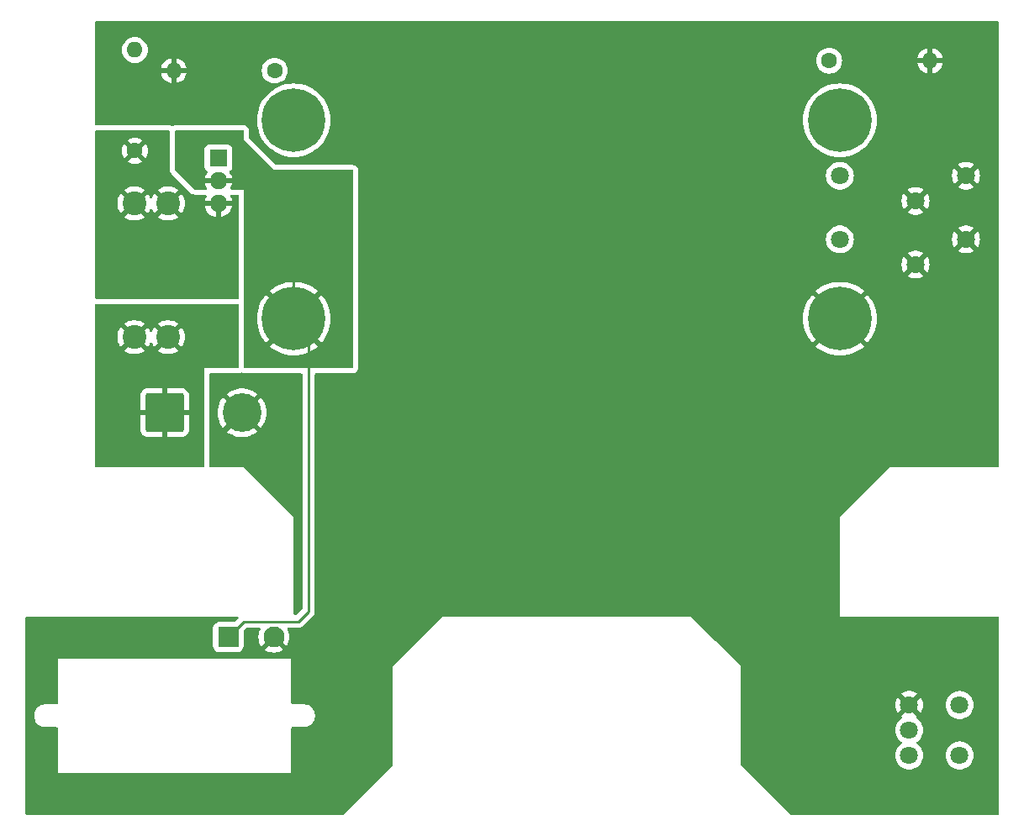
<source format=gbr>
%TF.GenerationSoftware,KiCad,Pcbnew,7.0.9*%
%TF.CreationDate,2025-02-06T13:00:42+09:00*%
%TF.ProjectId,05-PWR,30352d50-5752-42e6-9b69-6361645f7063,rev?*%
%TF.SameCoordinates,Original*%
%TF.FileFunction,Copper,L2,Bot*%
%TF.FilePolarity,Positive*%
%FSLAX46Y46*%
G04 Gerber Fmt 4.6, Leading zero omitted, Abs format (unit mm)*
G04 Created by KiCad (PCBNEW 7.0.9) date 2025-02-06 13:00:42*
%MOMM*%
%LPD*%
G01*
G04 APERTURE LIST*
G04 Aperture macros list*
%AMRoundRect*
0 Rectangle with rounded corners*
0 $1 Rounding radius*
0 $2 $3 $4 $5 $6 $7 $8 $9 X,Y pos of 4 corners*
0 Add a 4 corners polygon primitive as box body*
4,1,4,$2,$3,$4,$5,$6,$7,$8,$9,$2,$3,0*
0 Add four circle primitives for the rounded corners*
1,1,$1+$1,$2,$3*
1,1,$1+$1,$4,$5*
1,1,$1+$1,$6,$7*
1,1,$1+$1,$8,$9*
0 Add four rect primitives between the rounded corners*
20,1,$1+$1,$2,$3,$4,$5,0*
20,1,$1+$1,$4,$5,$6,$7,0*
20,1,$1+$1,$6,$7,$8,$9,0*
20,1,$1+$1,$8,$9,$2,$3,0*%
G04 Aperture macros list end*
%TA.AperFunction,ComponentPad*%
%ADD10C,2.400000*%
%TD*%
%TA.AperFunction,ComponentPad*%
%ADD11C,1.600000*%
%TD*%
%TA.AperFunction,ComponentPad*%
%ADD12O,1.600000X1.600000*%
%TD*%
%TA.AperFunction,ComponentPad*%
%ADD13C,0.800000*%
%TD*%
%TA.AperFunction,ComponentPad*%
%ADD14C,6.400000*%
%TD*%
%TA.AperFunction,ComponentPad*%
%ADD15C,1.800000*%
%TD*%
%TA.AperFunction,ComponentPad*%
%ADD16R,1.800000X1.717500*%
%TD*%
%TA.AperFunction,ComponentPad*%
%ADD17O,1.800000X1.717500*%
%TD*%
%TA.AperFunction,ComponentPad*%
%ADD18RoundRect,0.250002X-1.699998X-1.699998X1.699998X-1.699998X1.699998X1.699998X-1.699998X1.699998X0*%
%TD*%
%TA.AperFunction,ComponentPad*%
%ADD19C,3.900000*%
%TD*%
%TA.AperFunction,ComponentPad*%
%ADD20RoundRect,0.250001X-0.799999X-0.799999X0.799999X-0.799999X0.799999X0.799999X-0.799999X0.799999X0*%
%TD*%
%TA.AperFunction,ComponentPad*%
%ADD21C,2.100000*%
%TD*%
%TA.AperFunction,ViaPad*%
%ADD22C,0.800000*%
%TD*%
%TA.AperFunction,Conductor*%
%ADD23C,0.250000*%
%TD*%
G04 APERTURE END LIST*
D10*
%TO.P,F1,1*%
%TO.N,Net-(Q1-S)*%
X37338000Y-88384000D03*
X33938000Y-88384000D03*
%TO.P,F1,2*%
%TO.N,Net-(J2-Pin_1)*%
X37338000Y-101854000D03*
X33938000Y-101854000D03*
%TD*%
D11*
%TO.P,10k,1*%
%TO.N,Net-(Q1-S)*%
X34000000Y-83080000D03*
D12*
%TO.P,10k,2*%
%TO.N,Net-(Q1-G)*%
X34000000Y-72920000D03*
%TD*%
D13*
%TO.P,H2,1,1*%
%TO.N,GND*%
X102600000Y-100000000D03*
X103302944Y-98302944D03*
X103302944Y-101697056D03*
X105000000Y-97600000D03*
D14*
X105000000Y-100000000D03*
D13*
X105000000Y-102400000D03*
X106697056Y-98302944D03*
X106697056Y-101697056D03*
X107400000Y-100000000D03*
%TD*%
D11*
%TO.P,1k2,1*%
%TO.N,+3V3*%
X103920000Y-74000000D03*
D12*
%TO.P,1k2,2*%
%TO.N,GND*%
X114080000Y-74000000D03*
%TD*%
D11*
%TO.P,1k2,1*%
%TO.N,+5V*%
X48080000Y-75000000D03*
D12*
%TO.P,1k2,2*%
%TO.N,GND*%
X37920000Y-75000000D03*
%TD*%
D15*
%TO.P,RV5V-1340\u03A9,1,1*%
%TO.N,Net-(U2-Trim)*%
X105000000Y-85600000D03*
%TO.P,RV5V-1340\u03A9,2,2*%
%TO.N,GND*%
X112620000Y-88140000D03*
%TO.P,RV5V-1340\u03A9,3,3*%
X117700000Y-85600000D03*
%TD*%
D16*
%TO.P,Q1,1,G*%
%TO.N,Net-(Q1-G)*%
X42418000Y-83812000D03*
D17*
%TO.P,Q1,2,D*%
%TO.N,VDD*%
X42418000Y-86102000D03*
%TO.P,Q1,3,S*%
%TO.N,Net-(Q1-S)*%
X42418000Y-88392000D03*
%TD*%
D13*
%TO.P,H4,1,1*%
%TO.N,+5V*%
X47600000Y-80000000D03*
X48302944Y-78302944D03*
X48302944Y-81697056D03*
X50000000Y-77600000D03*
D14*
X50000000Y-80000000D03*
D13*
X50000000Y-82400000D03*
X51697056Y-78302944D03*
X51697056Y-81697056D03*
X52400000Y-80000000D03*
%TD*%
D15*
%TO.P,SW1,*%
%TO.N,*%
X117059859Y-144000000D03*
X117059859Y-138920000D03*
%TO.P,SW1,1,A*%
%TO.N,GND*%
X111979859Y-138920000D03*
%TO.P,SW1,2,B*%
%TO.N,Net-(Q1-G)*%
X111979859Y-141460000D03*
%TO.P,SW1,3*%
%TO.N,N/C*%
X111979859Y-144000000D03*
%TD*%
D13*
%TO.P,H1,1,1*%
%TO.N,VDD*%
X47600000Y-100000000D03*
X48302944Y-98302944D03*
X48302944Y-101697056D03*
X50000000Y-97600000D03*
D14*
X50000000Y-100000000D03*
D13*
X50000000Y-102400000D03*
X51697056Y-98302944D03*
X51697056Y-101697056D03*
X52400000Y-100000000D03*
%TD*%
D18*
%TO.P,J2,1,Pin_1*%
%TO.N,Net-(J2-Pin_1)*%
X36994000Y-109474000D03*
D19*
%TO.P,J2,2,Pin_2*%
%TO.N,GND*%
X44794000Y-109474000D03*
%TD*%
D13*
%TO.P,H3,1,1*%
%TO.N,+3V3*%
X102600000Y-80000000D03*
X103302944Y-78302944D03*
X103302944Y-81697056D03*
X105000000Y-77600000D03*
D14*
X105000000Y-80000000D03*
D13*
X105000000Y-82400000D03*
X106697056Y-78302944D03*
X106697056Y-81697056D03*
X107400000Y-80000000D03*
%TD*%
D20*
%TO.P,J1,1,Pin_1*%
%TO.N,VDD*%
X43406000Y-132080000D03*
D21*
%TO.P,J1,2,Pin_2*%
%TO.N,GND*%
X48006000Y-132080000D03*
%TD*%
D15*
%TO.P,3V3-2180\u03A9,1,1*%
%TO.N,Net-(U1-Trim)*%
X105000000Y-92000000D03*
%TO.P,3V3-2180\u03A9,2,2*%
%TO.N,GND*%
X112620000Y-94540000D03*
%TO.P,3V3-2180\u03A9,3,3*%
X117700000Y-92000000D03*
%TD*%
D22*
%TO.N,VDD*%
X40500000Y-84500000D03*
X45550000Y-85250000D03*
X38500000Y-84500000D03*
X46355000Y-84455000D03*
%TO.N,GND*%
X62000000Y-106000000D03*
X46000000Y-114000000D03*
X68150000Y-86650000D03*
X38989000Y-148971000D03*
X56515000Y-82931000D03*
X43434000Y-74168000D03*
X24000000Y-143000000D03*
X52578000Y-106045000D03*
X30734000Y-70866000D03*
X50000000Y-118000000D03*
X99441000Y-82931000D03*
X92456000Y-77978000D03*
X117000000Y-131572000D03*
X82000000Y-106000000D03*
X119000000Y-71000000D03*
X47117000Y-71755000D03*
X104140000Y-128016000D03*
X76000000Y-119000000D03*
X77978000Y-73533000D03*
X118000000Y-99000000D03*
X66000000Y-111000000D03*
X75057000Y-75819000D03*
X71501000Y-81788000D03*
X118000000Y-105000000D03*
X120000000Y-110000000D03*
X91567000Y-128524000D03*
X25000000Y-131064000D03*
X84000000Y-111000000D03*
X42164000Y-106045000D03*
X118000000Y-89000000D03*
X104648000Y-139319000D03*
X101092000Y-129921000D03*
X58674000Y-133985000D03*
X46000000Y-106000000D03*
X98425000Y-84963000D03*
X103505000Y-90297000D03*
X101000000Y-120000000D03*
X24000000Y-136000000D03*
X96012000Y-89789000D03*
X42291000Y-114046000D03*
X67000000Y-72000000D03*
X31000000Y-131000000D03*
X54000000Y-118000000D03*
X106000000Y-114000000D03*
X104902000Y-133731000D03*
X58000000Y-115000000D03*
X68326000Y-93726000D03*
X38227000Y-131318000D03*
X78486000Y-93472000D03*
X117000000Y-107000000D03*
X88265000Y-125984000D03*
X78105000Y-76835000D03*
X101727000Y-147828000D03*
X66421000Y-126111000D03*
X54000000Y-72000000D03*
X120000000Y-132000000D03*
X108839000Y-114808000D03*
X118000000Y-81000000D03*
X110490000Y-71501000D03*
X104000000Y-116000000D03*
X88650000Y-89000000D03*
X75692000Y-93345000D03*
X54000000Y-129000000D03*
X102000000Y-118000000D03*
X48000000Y-116000000D03*
X96901000Y-134493000D03*
X118000000Y-102000000D03*
X111650000Y-85200000D03*
X114000000Y-111000000D03*
X97028000Y-144399000D03*
X93599000Y-89535000D03*
X30000000Y-149000000D03*
X63627000Y-128524000D03*
X117000000Y-76000000D03*
X120000000Y-139000000D03*
X109474000Y-148590000D03*
X116000000Y-148082000D03*
X96139000Y-82296000D03*
X97000000Y-99000000D03*
X58293000Y-139446000D03*
X101000000Y-124000000D03*
X118000000Y-95000000D03*
X120015000Y-114046000D03*
X82296000Y-84963000D03*
X92000000Y-115000000D03*
X48000000Y-149000000D03*
X25000000Y-148590000D03*
X78994000Y-71374000D03*
X109000000Y-112000000D03*
X71882000Y-77851000D03*
X120000000Y-144000000D03*
X96901000Y-79883000D03*
X72771000Y-89535000D03*
X50000000Y-110000000D03*
X73000000Y-71501000D03*
X92456000Y-81788000D03*
X57531000Y-144780000D03*
X53213000Y-148082000D03*
X89000000Y-96000000D03*
X75565000Y-82169000D03*
X112000000Y-112000000D03*
X116000000Y-74000000D03*
X104000000Y-120000000D03*
X101981000Y-85471000D03*
X120000000Y-148000000D03*
X44000000Y-78000000D03*
X68199000Y-83185000D03*
X69000000Y-106000000D03*
X89000000Y-106000000D03*
X57531000Y-85725000D03*
X75565000Y-89916000D03*
X40259000Y-79629000D03*
X113030000Y-133731000D03*
X50000000Y-114000000D03*
X120000000Y-135000000D03*
X116000000Y-114000000D03*
X96901000Y-139192000D03*
X61000000Y-72000000D03*
X89000000Y-101000000D03*
X50000000Y-106000000D03*
%TD*%
D23*
%TO.N,VDD*%
X50500000Y-130500000D02*
X51500000Y-129500000D01*
X46250000Y-85250000D02*
X50000000Y-89000000D01*
X50000000Y-89000000D02*
X50000000Y-100000000D01*
X44986000Y-130500000D02*
X50500000Y-130500000D01*
X45550000Y-85250000D02*
X46250000Y-85250000D01*
X51500000Y-101500000D02*
X50000000Y-100000000D01*
X43406000Y-132080000D02*
X44986000Y-130500000D01*
X51500000Y-129500000D02*
X51500000Y-101500000D01*
%TD*%
%TA.AperFunction,Conductor*%
%TO.N,Net-(Q1-S)*%
G36*
X37437539Y-81019685D02*
G01*
X37483294Y-81072489D01*
X37494500Y-81124000D01*
X37494500Y-84962173D01*
X37495950Y-84989227D01*
X37495950Y-84989228D01*
X37500231Y-85029036D01*
X37508885Y-85082445D01*
X37508885Y-85082447D01*
X37524384Y-85124000D01*
X37559168Y-85217257D01*
X37592653Y-85278580D01*
X37678877Y-85393761D01*
X37678881Y-85393765D01*
X37678886Y-85393771D01*
X38390178Y-86105062D01*
X39615819Y-87330704D01*
X39615820Y-87330704D01*
X39635956Y-87348791D01*
X39635955Y-87348791D01*
X39667139Y-87373920D01*
X39667142Y-87373922D01*
X39711026Y-87405567D01*
X39841903Y-87465338D01*
X39884675Y-87477897D01*
X39908937Y-87485022D01*
X39908942Y-87485023D01*
X39908946Y-87485024D01*
X40051362Y-87505500D01*
X40051365Y-87505500D01*
X41100642Y-87505500D01*
X41167681Y-87525185D01*
X41213436Y-87577989D01*
X41223380Y-87647147D01*
X41211365Y-87685325D01*
X41111422Y-87883547D01*
X41043693Y-88104705D01*
X41038918Y-88142000D01*
X41923148Y-88142000D01*
X41874441Y-88279047D01*
X41864123Y-88429886D01*
X41894884Y-88577915D01*
X41928090Y-88642000D01*
X41040682Y-88642000D01*
X41072861Y-88791313D01*
X41072862Y-88791316D01*
X41159098Y-89005922D01*
X41280368Y-89202878D01*
X41433178Y-89376504D01*
X41613137Y-89521810D01*
X41815052Y-89634607D01*
X42033137Y-89711662D01*
X42168000Y-89734786D01*
X42168000Y-88883683D01*
X42196819Y-88901209D01*
X42342404Y-88942000D01*
X42455622Y-88942000D01*
X42567783Y-88926584D01*
X42668000Y-88883053D01*
X42668000Y-89737894D01*
X42689709Y-89736047D01*
X42913539Y-89677767D01*
X43124302Y-89582496D01*
X43315928Y-89452980D01*
X43482909Y-89292942D01*
X43620450Y-89106975D01*
X43724577Y-88900452D01*
X43792306Y-88679294D01*
X43797082Y-88642000D01*
X42912852Y-88642000D01*
X42961559Y-88504953D01*
X42971877Y-88354114D01*
X42941116Y-88206085D01*
X42907910Y-88142000D01*
X43795318Y-88142000D01*
X43763138Y-87992686D01*
X43763137Y-87992683D01*
X43676901Y-87778077D01*
X43625450Y-87694514D01*
X43607063Y-87627107D01*
X43628038Y-87560460D01*
X43681715Y-87515732D01*
X43731040Y-87505500D01*
X44370500Y-87505500D01*
X44437539Y-87525185D01*
X44483294Y-87577989D01*
X44494500Y-87629500D01*
X44494500Y-97876000D01*
X44474815Y-97943039D01*
X44422011Y-97988794D01*
X44370500Y-98000000D01*
X30124500Y-98000000D01*
X30057461Y-97980315D01*
X30011706Y-97927511D01*
X30000500Y-97876000D01*
X30000500Y-88384004D01*
X32233233Y-88384004D01*
X32252273Y-88638079D01*
X32308968Y-88886477D01*
X32308973Y-88886494D01*
X32402058Y-89123671D01*
X32402057Y-89123671D01*
X32529457Y-89344332D01*
X32571452Y-89396993D01*
X32571453Y-89396993D01*
X33221338Y-88747108D01*
X33308577Y-88885948D01*
X33436052Y-89013423D01*
X33574890Y-89100661D01*
X32924813Y-89750737D01*
X33085623Y-89860375D01*
X33085624Y-89860376D01*
X33315176Y-89970921D01*
X33315174Y-89970921D01*
X33558652Y-90046024D01*
X33558658Y-90046026D01*
X33810595Y-90083999D01*
X33810604Y-90084000D01*
X34065396Y-90084000D01*
X34065404Y-90083999D01*
X34317341Y-90046026D01*
X34317347Y-90046024D01*
X34560824Y-89970921D01*
X34790381Y-89860373D01*
X34951185Y-89750737D01*
X34301108Y-89100661D01*
X34439948Y-89013423D01*
X34567423Y-88885948D01*
X34654661Y-88747108D01*
X35304545Y-89396993D01*
X35346545Y-89344327D01*
X35473941Y-89123671D01*
X35522572Y-88999763D01*
X35565387Y-88944549D01*
X35631257Y-88921248D01*
X35699268Y-88937259D01*
X35747827Y-88987496D01*
X35753428Y-88999763D01*
X35802058Y-89123671D01*
X35929457Y-89344332D01*
X35971452Y-89396993D01*
X35971453Y-89396993D01*
X36621338Y-88747108D01*
X36708577Y-88885948D01*
X36836052Y-89013423D01*
X36974890Y-89100661D01*
X36324813Y-89750737D01*
X36485623Y-89860375D01*
X36485624Y-89860376D01*
X36715176Y-89970921D01*
X36715174Y-89970921D01*
X36958652Y-90046024D01*
X36958658Y-90046026D01*
X37210595Y-90083999D01*
X37210604Y-90084000D01*
X37465396Y-90084000D01*
X37465404Y-90083999D01*
X37717341Y-90046026D01*
X37717347Y-90046024D01*
X37960824Y-89970921D01*
X38190381Y-89860373D01*
X38351185Y-89750737D01*
X37701108Y-89100661D01*
X37839948Y-89013423D01*
X37967423Y-88885948D01*
X38054661Y-88747109D01*
X38704545Y-89396993D01*
X38746545Y-89344327D01*
X38873941Y-89123671D01*
X38967026Y-88886494D01*
X38967031Y-88886477D01*
X39023726Y-88638079D01*
X39042767Y-88384004D01*
X39042767Y-88383995D01*
X39023726Y-88129920D01*
X38967031Y-87881522D01*
X38967026Y-87881505D01*
X38873941Y-87644328D01*
X38873942Y-87644328D01*
X38746544Y-87423671D01*
X38704546Y-87371006D01*
X38054661Y-88020890D01*
X37967423Y-87882052D01*
X37839948Y-87754577D01*
X37701108Y-87667338D01*
X38351185Y-87017261D01*
X38190377Y-86907624D01*
X38190376Y-86907623D01*
X37960823Y-86797078D01*
X37960825Y-86797078D01*
X37717347Y-86721975D01*
X37717341Y-86721973D01*
X37465404Y-86684000D01*
X37210595Y-86684000D01*
X36958658Y-86721973D01*
X36958652Y-86721975D01*
X36715175Y-86797078D01*
X36485624Y-86907623D01*
X36485616Y-86907628D01*
X36324813Y-87017261D01*
X36974891Y-87667338D01*
X36836052Y-87754577D01*
X36708577Y-87882052D01*
X36621338Y-88020891D01*
X35971453Y-87371006D01*
X35929455Y-87423670D01*
X35802058Y-87644328D01*
X35753428Y-87768236D01*
X35710612Y-87823450D01*
X35644742Y-87846751D01*
X35576732Y-87830740D01*
X35528173Y-87780502D01*
X35522572Y-87768236D01*
X35473941Y-87644328D01*
X35473942Y-87644328D01*
X35346544Y-87423671D01*
X35304546Y-87371006D01*
X34654661Y-88020890D01*
X34567423Y-87882052D01*
X34439948Y-87754577D01*
X34301108Y-87667338D01*
X34951185Y-87017261D01*
X34790377Y-86907624D01*
X34790376Y-86907623D01*
X34560823Y-86797078D01*
X34560825Y-86797078D01*
X34317347Y-86721975D01*
X34317341Y-86721973D01*
X34065404Y-86684000D01*
X33810595Y-86684000D01*
X33558658Y-86721973D01*
X33558652Y-86721975D01*
X33315175Y-86797078D01*
X33085624Y-86907623D01*
X33085616Y-86907628D01*
X32924813Y-87017261D01*
X33574891Y-87667338D01*
X33436052Y-87754577D01*
X33308577Y-87882052D01*
X33221338Y-88020891D01*
X32571453Y-87371006D01*
X32529455Y-87423670D01*
X32402058Y-87644328D01*
X32308973Y-87881505D01*
X32308968Y-87881522D01*
X32252273Y-88129920D01*
X32233233Y-88383995D01*
X32233233Y-88384004D01*
X30000500Y-88384004D01*
X30000500Y-83080002D01*
X32695034Y-83080002D01*
X32714858Y-83306599D01*
X32714860Y-83306610D01*
X32773730Y-83526317D01*
X32773734Y-83526326D01*
X32869865Y-83732481D01*
X32869866Y-83732483D01*
X32920973Y-83805471D01*
X32920974Y-83805472D01*
X33602046Y-83124399D01*
X33614835Y-83205148D01*
X33672359Y-83318045D01*
X33761955Y-83407641D01*
X33874852Y-83465165D01*
X33955599Y-83477953D01*
X33274526Y-84159025D01*
X33274526Y-84159026D01*
X33347512Y-84210131D01*
X33347516Y-84210133D01*
X33553673Y-84306265D01*
X33553682Y-84306269D01*
X33773389Y-84365139D01*
X33773400Y-84365141D01*
X33999998Y-84384966D01*
X34000002Y-84384966D01*
X34226599Y-84365141D01*
X34226610Y-84365139D01*
X34446317Y-84306269D01*
X34446331Y-84306264D01*
X34652478Y-84210136D01*
X34725472Y-84159025D01*
X34044401Y-83477953D01*
X34125148Y-83465165D01*
X34238045Y-83407641D01*
X34327641Y-83318045D01*
X34385165Y-83205148D01*
X34397953Y-83124400D01*
X35079025Y-83805472D01*
X35130136Y-83732478D01*
X35226264Y-83526331D01*
X35226269Y-83526317D01*
X35285139Y-83306610D01*
X35285141Y-83306599D01*
X35304966Y-83080002D01*
X35304966Y-83079997D01*
X35285141Y-82853400D01*
X35285139Y-82853389D01*
X35226269Y-82633682D01*
X35226265Y-82633673D01*
X35130133Y-82427516D01*
X35130131Y-82427512D01*
X35079026Y-82354526D01*
X35079025Y-82354526D01*
X34397953Y-83035598D01*
X34385165Y-82954852D01*
X34327641Y-82841955D01*
X34238045Y-82752359D01*
X34125148Y-82694835D01*
X34044400Y-82682046D01*
X34725472Y-82000974D01*
X34725471Y-82000973D01*
X34652483Y-81949866D01*
X34652481Y-81949865D01*
X34446326Y-81853734D01*
X34446317Y-81853730D01*
X34226610Y-81794860D01*
X34226599Y-81794858D01*
X34000002Y-81775034D01*
X33999998Y-81775034D01*
X33773400Y-81794858D01*
X33773389Y-81794860D01*
X33553682Y-81853730D01*
X33553673Y-81853734D01*
X33347513Y-81949868D01*
X33274527Y-82000972D01*
X33274526Y-82000973D01*
X33955600Y-82682046D01*
X33874852Y-82694835D01*
X33761955Y-82752359D01*
X33672359Y-82841955D01*
X33614835Y-82954852D01*
X33602046Y-83035599D01*
X32920973Y-82354526D01*
X32920972Y-82354527D01*
X32869868Y-82427513D01*
X32773734Y-82633673D01*
X32773730Y-82633682D01*
X32714860Y-82853389D01*
X32714858Y-82853400D01*
X32695034Y-83079997D01*
X32695034Y-83080002D01*
X30000500Y-83080002D01*
X30000500Y-81124000D01*
X30020185Y-81056961D01*
X30072989Y-81011206D01*
X30124500Y-81000000D01*
X37370500Y-81000000D01*
X37437539Y-81019685D01*
G37*
%TD.AperFunction*%
%TD*%
%TA.AperFunction,Conductor*%
%TO.N,GND*%
G36*
X106856420Y-101502867D02*
G01*
X106794601Y-101461561D01*
X106721680Y-101447056D01*
X106672432Y-101447056D01*
X106599511Y-101461561D01*
X106516816Y-101516816D01*
X106461561Y-101599511D01*
X106442158Y-101697056D01*
X106461561Y-101794601D01*
X106502867Y-101856420D01*
X105944180Y-101297733D01*
X106134870Y-101134870D01*
X106297733Y-100944180D01*
X106856420Y-101502867D01*
G37*
%TD.AperFunction*%
%TA.AperFunction,Conductor*%
G36*
X103865130Y-101134870D02*
G01*
X104055819Y-101297733D01*
X103497135Y-101856416D01*
X103538439Y-101794601D01*
X103557842Y-101697056D01*
X103538439Y-101599511D01*
X103483184Y-101516816D01*
X103400489Y-101461561D01*
X103327568Y-101447056D01*
X103278320Y-101447056D01*
X103205399Y-101461561D01*
X103143577Y-101502868D01*
X103702266Y-100944180D01*
X103865130Y-101134870D01*
G37*
%TD.AperFunction*%
%TA.AperFunction,Conductor*%
G36*
X104055819Y-98702266D02*
G01*
X103865130Y-98865130D01*
X103702266Y-99055818D01*
X103143582Y-98497134D01*
X103205399Y-98538439D01*
X103278320Y-98552944D01*
X103327568Y-98552944D01*
X103400489Y-98538439D01*
X103483184Y-98483184D01*
X103538439Y-98400489D01*
X103557842Y-98302944D01*
X103538439Y-98205399D01*
X103497133Y-98143581D01*
X104055819Y-98702266D01*
G37*
%TD.AperFunction*%
%TA.AperFunction,Conductor*%
G36*
X106461561Y-98205399D02*
G01*
X106442158Y-98302944D01*
X106461561Y-98400489D01*
X106516816Y-98483184D01*
X106599511Y-98538439D01*
X106672432Y-98552944D01*
X106721680Y-98552944D01*
X106794601Y-98538439D01*
X106856415Y-98497135D01*
X106297732Y-99055818D01*
X106134870Y-98865130D01*
X105944180Y-98702266D01*
X106502867Y-98143578D01*
X106461561Y-98205399D01*
G37*
%TD.AperFunction*%
%TA.AperFunction,Conductor*%
G36*
X120942539Y-70020185D02*
G01*
X120988294Y-70072989D01*
X120999500Y-70124500D01*
X120999500Y-114875500D01*
X120979815Y-114942539D01*
X120927011Y-114988294D01*
X120875500Y-114999500D01*
X110024856Y-114999500D01*
X110024703Y-114999469D01*
X110024703Y-114999478D01*
X110000000Y-114999457D01*
X109999756Y-114999559D01*
X109999616Y-114999617D01*
X109982558Y-115016635D01*
X109982357Y-115016934D01*
X105016995Y-119982295D01*
X105016819Y-119982413D01*
X104999616Y-119999616D01*
X104999457Y-119999995D01*
X104999461Y-120024665D01*
X104999500Y-120024855D01*
X104999500Y-129975467D01*
X104999416Y-129975889D01*
X104999459Y-130000001D01*
X104999500Y-130000099D01*
X104999616Y-130000382D01*
X104999618Y-130000384D01*
X104999808Y-130000462D01*
X105000000Y-130000541D01*
X105000002Y-130000539D01*
X105024616Y-130000524D01*
X105024616Y-130000528D01*
X105024760Y-130000500D01*
X120875500Y-130000500D01*
X120942539Y-130020185D01*
X120988294Y-130072989D01*
X120999500Y-130124500D01*
X120999500Y-149875500D01*
X120979815Y-149942539D01*
X120927011Y-149988294D01*
X120875500Y-149999500D01*
X100051569Y-149999500D01*
X99984530Y-149979815D01*
X99963888Y-149963181D01*
X95036819Y-145036111D01*
X95003334Y-144974788D01*
X95000500Y-144948430D01*
X95000500Y-144000006D01*
X110574559Y-144000006D01*
X110593723Y-144231297D01*
X110593725Y-144231308D01*
X110650701Y-144456300D01*
X110743934Y-144668848D01*
X110870875Y-144863147D01*
X110870878Y-144863151D01*
X110870880Y-144863153D01*
X111028075Y-145033913D01*
X111028078Y-145033915D01*
X111028081Y-145033918D01*
X111211224Y-145176464D01*
X111211230Y-145176468D01*
X111211233Y-145176470D01*
X111415356Y-145286936D01*
X111529346Y-145326068D01*
X111634874Y-145362297D01*
X111634876Y-145362297D01*
X111634878Y-145362298D01*
X111863810Y-145400500D01*
X111863811Y-145400500D01*
X112095907Y-145400500D01*
X112095908Y-145400500D01*
X112324840Y-145362298D01*
X112544362Y-145286936D01*
X112748485Y-145176470D01*
X112931643Y-145033913D01*
X113088838Y-144863153D01*
X113215783Y-144668849D01*
X113309016Y-144456300D01*
X113365993Y-144231305D01*
X113385159Y-144000006D01*
X115654559Y-144000006D01*
X115673723Y-144231297D01*
X115673725Y-144231308D01*
X115730701Y-144456300D01*
X115823934Y-144668848D01*
X115950875Y-144863147D01*
X115950878Y-144863151D01*
X115950880Y-144863153D01*
X116108075Y-145033913D01*
X116108078Y-145033915D01*
X116108081Y-145033918D01*
X116291224Y-145176464D01*
X116291230Y-145176468D01*
X116291233Y-145176470D01*
X116495356Y-145286936D01*
X116609346Y-145326068D01*
X116714874Y-145362297D01*
X116714876Y-145362297D01*
X116714878Y-145362298D01*
X116943810Y-145400500D01*
X116943811Y-145400500D01*
X117175907Y-145400500D01*
X117175908Y-145400500D01*
X117404840Y-145362298D01*
X117624362Y-145286936D01*
X117828485Y-145176470D01*
X118011643Y-145033913D01*
X118168838Y-144863153D01*
X118295783Y-144668849D01*
X118389016Y-144456300D01*
X118445993Y-144231305D01*
X118465159Y-144000000D01*
X118465159Y-143999993D01*
X118445994Y-143768702D01*
X118445992Y-143768691D01*
X118389016Y-143543699D01*
X118295783Y-143331151D01*
X118168842Y-143136852D01*
X118168839Y-143136849D01*
X118168838Y-143136847D01*
X118011643Y-142966087D01*
X118011638Y-142966083D01*
X118011636Y-142966081D01*
X117828493Y-142823535D01*
X117828487Y-142823531D01*
X117624363Y-142713064D01*
X117624354Y-142713061D01*
X117404843Y-142637702D01*
X117233141Y-142609050D01*
X117175908Y-142599500D01*
X116943810Y-142599500D01*
X116898023Y-142607140D01*
X116714874Y-142637702D01*
X116495363Y-142713061D01*
X116495354Y-142713064D01*
X116291230Y-142823531D01*
X116291224Y-142823535D01*
X116108081Y-142966081D01*
X116108078Y-142966084D01*
X115950875Y-143136852D01*
X115823934Y-143331151D01*
X115730701Y-143543699D01*
X115673725Y-143768691D01*
X115673723Y-143768702D01*
X115654559Y-143999993D01*
X115654559Y-144000006D01*
X113385159Y-144000006D01*
X113385159Y-144000000D01*
X113385159Y-143999993D01*
X113365994Y-143768702D01*
X113365992Y-143768691D01*
X113309016Y-143543699D01*
X113215783Y-143331151D01*
X113088842Y-143136852D01*
X113088839Y-143136849D01*
X113088838Y-143136847D01*
X112931643Y-142966087D01*
X112754039Y-142827853D01*
X112713227Y-142771143D01*
X112709552Y-142701370D01*
X112744183Y-142640687D01*
X112754040Y-142632146D01*
X112931643Y-142493913D01*
X113088838Y-142323153D01*
X113215783Y-142128849D01*
X113309016Y-141916300D01*
X113365993Y-141691305D01*
X113385159Y-141460000D01*
X113385159Y-141459993D01*
X113365994Y-141228702D01*
X113365992Y-141228691D01*
X113309016Y-141003699D01*
X113215783Y-140791151D01*
X113088842Y-140596852D01*
X113088839Y-140596849D01*
X113088838Y-140596847D01*
X112931643Y-140426087D01*
X112888716Y-140392675D01*
X112753632Y-140287535D01*
X112712819Y-140230825D01*
X112709145Y-140161052D01*
X112743777Y-140100369D01*
X112753633Y-140091828D01*
X112778657Y-140072351D01*
X112147626Y-139441320D01*
X112265695Y-139390037D01*
X112381909Y-139295489D01*
X112468306Y-139173093D01*
X112499299Y-139085887D01*
X113131045Y-139717634D01*
X113215343Y-139588606D01*
X113308541Y-139376135D01*
X113365497Y-139151218D01*
X113384657Y-138920006D01*
X115654559Y-138920006D01*
X115673723Y-139151297D01*
X115673725Y-139151308D01*
X115730701Y-139376300D01*
X115823934Y-139588848D01*
X115950875Y-139783147D01*
X115950878Y-139783151D01*
X115950880Y-139783153D01*
X116108075Y-139953913D01*
X116108078Y-139953915D01*
X116108081Y-139953918D01*
X116291224Y-140096464D01*
X116291230Y-140096468D01*
X116291233Y-140096470D01*
X116495356Y-140206936D01*
X116609346Y-140246068D01*
X116714874Y-140282297D01*
X116714876Y-140282297D01*
X116714878Y-140282298D01*
X116943810Y-140320500D01*
X116943811Y-140320500D01*
X117175907Y-140320500D01*
X117175908Y-140320500D01*
X117404840Y-140282298D01*
X117624362Y-140206936D01*
X117828485Y-140096470D01*
X118011643Y-139953913D01*
X118168838Y-139783153D01*
X118295783Y-139588849D01*
X118389016Y-139376300D01*
X118445993Y-139151305D01*
X118445994Y-139151297D01*
X118465159Y-138920006D01*
X118465159Y-138919993D01*
X118445994Y-138688702D01*
X118445992Y-138688691D01*
X118389016Y-138463699D01*
X118295783Y-138251151D01*
X118168842Y-138056852D01*
X118168839Y-138056849D01*
X118168838Y-138056847D01*
X118011643Y-137886087D01*
X118011638Y-137886083D01*
X118011636Y-137886081D01*
X117828493Y-137743535D01*
X117828487Y-137743531D01*
X117624363Y-137633064D01*
X117624354Y-137633061D01*
X117404843Y-137557702D01*
X117233141Y-137529050D01*
X117175908Y-137519500D01*
X116943810Y-137519500D01*
X116898023Y-137527140D01*
X116714874Y-137557702D01*
X116495363Y-137633061D01*
X116495354Y-137633064D01*
X116291230Y-137743531D01*
X116291224Y-137743535D01*
X116108081Y-137886081D01*
X116108078Y-137886084D01*
X115950875Y-138056852D01*
X115823934Y-138251151D01*
X115730701Y-138463699D01*
X115673725Y-138688691D01*
X115673723Y-138688702D01*
X115654559Y-138919993D01*
X115654559Y-138920006D01*
X113384657Y-138920006D01*
X113384657Y-138920005D01*
X113384657Y-138919994D01*
X113365497Y-138688781D01*
X113308541Y-138463864D01*
X113215342Y-138251390D01*
X113131045Y-138122364D01*
X112501559Y-138751850D01*
X112498219Y-138735775D01*
X112429294Y-138602754D01*
X112327036Y-138493263D01*
X112199029Y-138415420D01*
X112145800Y-138400506D01*
X112778658Y-137767648D01*
X112778658Y-137767647D01*
X112748208Y-137743949D01*
X112544161Y-137633523D01*
X112544152Y-137633520D01*
X112324719Y-137558188D01*
X112095866Y-137520000D01*
X111863852Y-137520000D01*
X111634998Y-137558188D01*
X111415565Y-137633520D01*
X111415557Y-137633523D01*
X111211503Y-137743952D01*
X111181059Y-137767646D01*
X111181059Y-137767647D01*
X111812091Y-138398679D01*
X111694023Y-138449963D01*
X111577809Y-138544511D01*
X111491412Y-138666907D01*
X111460418Y-138754112D01*
X110828671Y-138122365D01*
X110744375Y-138251391D01*
X110744373Y-138251395D01*
X110651176Y-138463864D01*
X110594220Y-138688781D01*
X110575061Y-138919994D01*
X110575061Y-138920005D01*
X110594220Y-139151218D01*
X110651176Y-139376135D01*
X110744375Y-139588609D01*
X110828670Y-139717633D01*
X111458157Y-139088147D01*
X111461499Y-139104225D01*
X111530424Y-139237246D01*
X111632682Y-139346737D01*
X111760689Y-139424580D01*
X111813917Y-139439493D01*
X111181058Y-140072351D01*
X111206083Y-140091828D01*
X111246897Y-140148538D01*
X111250572Y-140218311D01*
X111215942Y-140278995D01*
X111206084Y-140287536D01*
X111028081Y-140426081D01*
X111028078Y-140426084D01*
X110870875Y-140596852D01*
X110743934Y-140791151D01*
X110650701Y-141003699D01*
X110593725Y-141228691D01*
X110593723Y-141228702D01*
X110574559Y-141459993D01*
X110574559Y-141460006D01*
X110593723Y-141691297D01*
X110593725Y-141691308D01*
X110650701Y-141916300D01*
X110743934Y-142128848D01*
X110870875Y-142323147D01*
X110870878Y-142323151D01*
X110870880Y-142323153D01*
X111028075Y-142493913D01*
X111028078Y-142493915D01*
X111028081Y-142493918D01*
X111205677Y-142632147D01*
X111246490Y-142688857D01*
X111250165Y-142758630D01*
X111215533Y-142819313D01*
X111205677Y-142827853D01*
X111028081Y-142966081D01*
X111028078Y-142966084D01*
X110870875Y-143136852D01*
X110743934Y-143331151D01*
X110650701Y-143543699D01*
X110593725Y-143768691D01*
X110593723Y-143768702D01*
X110574559Y-143999993D01*
X110574559Y-144000006D01*
X95000500Y-144000006D01*
X95000500Y-135024855D01*
X95000553Y-135024586D01*
X95000542Y-135000000D01*
X95000424Y-134999718D01*
X95000424Y-134999717D01*
X95000383Y-134999617D01*
X95000381Y-134999616D01*
X94983339Y-134982488D01*
X94982904Y-134982197D01*
X92511359Y-132510652D01*
X90011584Y-130010876D01*
X90000383Y-129999618D01*
X90000383Y-129999617D01*
X90000381Y-129999616D01*
X90000380Y-129999615D01*
X90000284Y-129999575D01*
X90000002Y-129999457D01*
X89975334Y-129999461D01*
X89975145Y-129999500D01*
X65024856Y-129999500D01*
X65024703Y-129999469D01*
X65024703Y-129999478D01*
X65000000Y-129999457D01*
X64999756Y-129999559D01*
X64999616Y-129999617D01*
X64982558Y-130016635D01*
X64982357Y-130016934D01*
X60016995Y-134982295D01*
X60016819Y-134982413D01*
X59999616Y-134999616D01*
X59999457Y-134999995D01*
X59999461Y-135024665D01*
X59999500Y-135024855D01*
X59999500Y-144948430D01*
X59979815Y-145015469D01*
X59963181Y-145036111D01*
X55036111Y-149963181D01*
X54974788Y-149996666D01*
X54948430Y-149999500D01*
X23124500Y-149999500D01*
X23057461Y-149979815D01*
X23011706Y-149927011D01*
X23000500Y-149875500D01*
X23000500Y-140100658D01*
X23849500Y-140100658D01*
X23884456Y-140298908D01*
X23953309Y-140488077D01*
X23953312Y-140488084D01*
X24016106Y-140596847D01*
X24053965Y-140662421D01*
X24183366Y-140816634D01*
X24337579Y-140946035D01*
X24511920Y-141046690D01*
X24701091Y-141115543D01*
X24899344Y-141150500D01*
X24999901Y-141150500D01*
X26125500Y-141150500D01*
X26192539Y-141170185D01*
X26238294Y-141222989D01*
X26249500Y-141274500D01*
X26249500Y-145725467D01*
X26249416Y-145725889D01*
X26249459Y-145750001D01*
X26249500Y-145750099D01*
X26249616Y-145750382D01*
X26249618Y-145750384D01*
X26249808Y-145750462D01*
X26250000Y-145750541D01*
X26250002Y-145750539D01*
X26274616Y-145750524D01*
X26274616Y-145750528D01*
X26274760Y-145750500D01*
X49725240Y-145750500D01*
X49725383Y-145750528D01*
X49725384Y-145750524D01*
X49749997Y-145750539D01*
X49750000Y-145750541D01*
X49750383Y-145750383D01*
X49750500Y-145750099D01*
X49750541Y-145750000D01*
X49750540Y-145749997D01*
X49750583Y-145725889D01*
X49750500Y-145725467D01*
X49750500Y-141274500D01*
X49770185Y-141207461D01*
X49822989Y-141161706D01*
X49874500Y-141150500D01*
X51100654Y-141150500D01*
X51100656Y-141150500D01*
X51298909Y-141115543D01*
X51488080Y-141046690D01*
X51662421Y-140946035D01*
X51816634Y-140816634D01*
X51946035Y-140662421D01*
X52046690Y-140488080D01*
X52115543Y-140298909D01*
X52150500Y-140100656D01*
X52150500Y-139899344D01*
X52115543Y-139701091D01*
X52046690Y-139511920D01*
X51946035Y-139337579D01*
X51816634Y-139183366D01*
X51662421Y-139053965D01*
X51624248Y-139031926D01*
X51488084Y-138953312D01*
X51488081Y-138953311D01*
X51488080Y-138953310D01*
X51396576Y-138920005D01*
X51298908Y-138884456D01*
X51100658Y-138849500D01*
X51100656Y-138849500D01*
X51000099Y-138849500D01*
X49874500Y-138849500D01*
X49807461Y-138829815D01*
X49761706Y-138777011D01*
X49750500Y-138725500D01*
X49750500Y-134274759D01*
X49750528Y-134274616D01*
X49750524Y-134274616D01*
X49750539Y-134250002D01*
X49750541Y-134250000D01*
X49750462Y-134249808D01*
X49750384Y-134249618D01*
X49750382Y-134249616D01*
X49750099Y-134249500D01*
X49750000Y-134249459D01*
X49725446Y-134249459D01*
X49725240Y-134249500D01*
X26274760Y-134249500D01*
X26274554Y-134249459D01*
X26250000Y-134249459D01*
X26249901Y-134249500D01*
X26249617Y-134249616D01*
X26249615Y-134249618D01*
X26249459Y-134249999D01*
X26249476Y-134274616D01*
X26249471Y-134274616D01*
X26249500Y-134274759D01*
X26249500Y-138725500D01*
X26229815Y-138792539D01*
X26177011Y-138838294D01*
X26125500Y-138849500D01*
X24899341Y-138849500D01*
X24701091Y-138884456D01*
X24511922Y-138953309D01*
X24511915Y-138953312D01*
X24337578Y-139053965D01*
X24337574Y-139053968D01*
X24183366Y-139183366D01*
X24053968Y-139337574D01*
X24053965Y-139337578D01*
X23953312Y-139511915D01*
X23953309Y-139511922D01*
X23884456Y-139701091D01*
X23849500Y-139899341D01*
X23849500Y-140100658D01*
X23000500Y-140100658D01*
X23000500Y-130124500D01*
X23020185Y-130057461D01*
X23072989Y-130011706D01*
X23124500Y-130000500D01*
X44301546Y-130000500D01*
X44368585Y-130020185D01*
X44414340Y-130072989D01*
X44424284Y-130142147D01*
X44395259Y-130205703D01*
X44389227Y-130212181D01*
X44108228Y-130493181D01*
X44046905Y-130526666D01*
X44020547Y-130529500D01*
X42555984Y-130529500D01*
X42453204Y-130540000D01*
X42453203Y-130540001D01*
X42286664Y-130595186D01*
X42286662Y-130595187D01*
X42137348Y-130687286D01*
X42137344Y-130687289D01*
X42013289Y-130811344D01*
X42013286Y-130811348D01*
X41921187Y-130960662D01*
X41921186Y-130960664D01*
X41866001Y-131127203D01*
X41866000Y-131127204D01*
X41855500Y-131229984D01*
X41855500Y-132930015D01*
X41866000Y-133032795D01*
X41866001Y-133032796D01*
X41921186Y-133199335D01*
X41921187Y-133199337D01*
X42013286Y-133348651D01*
X42013289Y-133348655D01*
X42137344Y-133472710D01*
X42137348Y-133472713D01*
X42286662Y-133564812D01*
X42286664Y-133564813D01*
X42286666Y-133564814D01*
X42453203Y-133619999D01*
X42555992Y-133630500D01*
X42555997Y-133630500D01*
X44256003Y-133630500D01*
X44256008Y-133630500D01*
X44358797Y-133619999D01*
X44525334Y-133564814D01*
X44674655Y-133472711D01*
X44798711Y-133348655D01*
X44890814Y-133199334D01*
X44945999Y-133032797D01*
X44956500Y-132930008D01*
X44956500Y-131465452D01*
X44976185Y-131398413D01*
X44992819Y-131377771D01*
X45208772Y-131161819D01*
X45270095Y-131128334D01*
X45296453Y-131125500D01*
X46551617Y-131125500D01*
X46618656Y-131145185D01*
X46664411Y-131197989D01*
X46674355Y-131267147D01*
X46657344Y-131314290D01*
X46620668Y-131374138D01*
X46527303Y-131599542D01*
X46470348Y-131836780D01*
X46451207Y-132080000D01*
X46470348Y-132323219D01*
X46527303Y-132560457D01*
X46620668Y-132785861D01*
X46744504Y-132987942D01*
X47480070Y-132252375D01*
X47482884Y-132265915D01*
X47552442Y-132400156D01*
X47655638Y-132510652D01*
X47784819Y-132589209D01*
X47836002Y-132603549D01*
X47098056Y-133341494D01*
X47300138Y-133465331D01*
X47525542Y-133558696D01*
X47762780Y-133615651D01*
X47762779Y-133615651D01*
X48006000Y-133634792D01*
X48249219Y-133615651D01*
X48486457Y-133558696D01*
X48711861Y-133465331D01*
X48913942Y-133341494D01*
X48177568Y-132605121D01*
X48294458Y-132554349D01*
X48411739Y-132458934D01*
X48498928Y-132335415D01*
X48529354Y-132249802D01*
X49267494Y-132987942D01*
X49391331Y-132785861D01*
X49484696Y-132560457D01*
X49541651Y-132323219D01*
X49560792Y-132080000D01*
X49541651Y-131836780D01*
X49484696Y-131599542D01*
X49391331Y-131374138D01*
X49354656Y-131314290D01*
X49336411Y-131246844D01*
X49357527Y-131180242D01*
X49411299Y-131135628D01*
X49460383Y-131125500D01*
X50417257Y-131125500D01*
X50432877Y-131127224D01*
X50432904Y-131126939D01*
X50440660Y-131127671D01*
X50440667Y-131127673D01*
X50509814Y-131125500D01*
X50539350Y-131125500D01*
X50546228Y-131124630D01*
X50552041Y-131124172D01*
X50598627Y-131122709D01*
X50617869Y-131117117D01*
X50636912Y-131113174D01*
X50656792Y-131110664D01*
X50700122Y-131093507D01*
X50705646Y-131091617D01*
X50709396Y-131090527D01*
X50750390Y-131078618D01*
X50767629Y-131068422D01*
X50785103Y-131059862D01*
X50803727Y-131052488D01*
X50803727Y-131052487D01*
X50803732Y-131052486D01*
X50841449Y-131025082D01*
X50846305Y-131021892D01*
X50886420Y-130998170D01*
X50900589Y-130983999D01*
X50915379Y-130971368D01*
X50931587Y-130959594D01*
X50961299Y-130923676D01*
X50965212Y-130919376D01*
X51883786Y-130000802D01*
X51896048Y-129990980D01*
X51895865Y-129990759D01*
X51901867Y-129985792D01*
X51901877Y-129985786D01*
X51949241Y-129935348D01*
X51970120Y-129914470D01*
X51974373Y-129908986D01*
X51978150Y-129904563D01*
X52010062Y-129870582D01*
X52019714Y-129853023D01*
X52030389Y-129836772D01*
X52042674Y-129820936D01*
X52061186Y-129778152D01*
X52063742Y-129772935D01*
X52086197Y-129732092D01*
X52091180Y-129712680D01*
X52097477Y-129694291D01*
X52105438Y-129675895D01*
X52112729Y-129629853D01*
X52113908Y-129624162D01*
X52125500Y-129579019D01*
X52125500Y-129558983D01*
X52127027Y-129539582D01*
X52130160Y-129519804D01*
X52125775Y-129473415D01*
X52125500Y-129467577D01*
X52125500Y-105629500D01*
X52145185Y-105562461D01*
X52197989Y-105516706D01*
X52249500Y-105505500D01*
X55875990Y-105505500D01*
X55876000Y-105505500D01*
X55983456Y-105493947D01*
X56034967Y-105482741D01*
X56069197Y-105471347D01*
X56137497Y-105448616D01*
X56137501Y-105448613D01*
X56137504Y-105448613D01*
X56258543Y-105370825D01*
X56311347Y-105325070D01*
X56405567Y-105216336D01*
X56465338Y-105085459D01*
X56485023Y-105018420D01*
X56485024Y-105018416D01*
X56505500Y-104876000D01*
X56505500Y-100000000D01*
X101294922Y-100000000D01*
X101315219Y-100387287D01*
X101375886Y-100770323D01*
X101375887Y-100770330D01*
X101476262Y-101144936D01*
X101615244Y-101506994D01*
X101791310Y-101852543D01*
X102002531Y-102177793D01*
X102211095Y-102435350D01*
X102211096Y-102435350D01*
X103108756Y-101537689D01*
X103067449Y-101599511D01*
X103048046Y-101697056D01*
X103067449Y-101794601D01*
X103122704Y-101877296D01*
X103205399Y-101932551D01*
X103278320Y-101947056D01*
X103327568Y-101947056D01*
X103400489Y-101932551D01*
X103462304Y-101891247D01*
X102564648Y-102788903D01*
X102564649Y-102788904D01*
X102822206Y-102997468D01*
X103147456Y-103208689D01*
X103493005Y-103384755D01*
X103855063Y-103523737D01*
X104229669Y-103624112D01*
X104229676Y-103624113D01*
X104612712Y-103684780D01*
X104999999Y-103705078D01*
X105000001Y-103705078D01*
X105387287Y-103684780D01*
X105770323Y-103624113D01*
X105770330Y-103624112D01*
X106144936Y-103523737D01*
X106506994Y-103384755D01*
X106852543Y-103208689D01*
X107177783Y-102997476D01*
X107177785Y-102997475D01*
X107435349Y-102788902D01*
X106537691Y-101891244D01*
X106599511Y-101932551D01*
X106672432Y-101947056D01*
X106721680Y-101947056D01*
X106794601Y-101932551D01*
X106877296Y-101877296D01*
X106932551Y-101794601D01*
X106951954Y-101697056D01*
X106932551Y-101599511D01*
X106891244Y-101537691D01*
X107788902Y-102435349D01*
X107997475Y-102177785D01*
X107997476Y-102177783D01*
X108208689Y-101852543D01*
X108384755Y-101506994D01*
X108523737Y-101144936D01*
X108624112Y-100770330D01*
X108624113Y-100770323D01*
X108684780Y-100387287D01*
X108705078Y-100000000D01*
X108705078Y-99999999D01*
X108684780Y-99612712D01*
X108624113Y-99229676D01*
X108624112Y-99229669D01*
X108523737Y-98855063D01*
X108384755Y-98493005D01*
X108208689Y-98147456D01*
X107997468Y-97822206D01*
X107788904Y-97564649D01*
X107788903Y-97564648D01*
X106891247Y-98462303D01*
X106932551Y-98400489D01*
X106951954Y-98302944D01*
X106932551Y-98205399D01*
X106877296Y-98122704D01*
X106794601Y-98067449D01*
X106721680Y-98052944D01*
X106672432Y-98052944D01*
X106599511Y-98067449D01*
X106537690Y-98108755D01*
X107435350Y-97211096D01*
X107435350Y-97211095D01*
X107177793Y-97002531D01*
X106852543Y-96791310D01*
X106506994Y-96615244D01*
X106144936Y-96476262D01*
X105770330Y-96375887D01*
X105770323Y-96375886D01*
X105387287Y-96315219D01*
X105000001Y-96294922D01*
X104999999Y-96294922D01*
X104612712Y-96315219D01*
X104229676Y-96375886D01*
X104229669Y-96375887D01*
X103855063Y-96476262D01*
X103493005Y-96615244D01*
X103147456Y-96791310D01*
X102822206Y-97002531D01*
X102564648Y-97211095D01*
X102564648Y-97211096D01*
X103462306Y-98108754D01*
X103400489Y-98067449D01*
X103327568Y-98052944D01*
X103278320Y-98052944D01*
X103205399Y-98067449D01*
X103122704Y-98122704D01*
X103067449Y-98205399D01*
X103048046Y-98302944D01*
X103067449Y-98400489D01*
X103108753Y-98462305D01*
X102211096Y-97564648D01*
X102211095Y-97564648D01*
X102002531Y-97822206D01*
X101791310Y-98147456D01*
X101615244Y-98493005D01*
X101476262Y-98855063D01*
X101375887Y-99229669D01*
X101375886Y-99229676D01*
X101315219Y-99612712D01*
X101294922Y-99999999D01*
X101294922Y-100000000D01*
X56505500Y-100000000D01*
X56505500Y-94540005D01*
X111215202Y-94540005D01*
X111234361Y-94771218D01*
X111291317Y-94996135D01*
X111384516Y-95208609D01*
X111468811Y-95337633D01*
X112136922Y-94669523D01*
X112160507Y-94749844D01*
X112238239Y-94870798D01*
X112346900Y-94964952D01*
X112477685Y-95024680D01*
X112487466Y-95026086D01*
X111821199Y-95692351D01*
X111851650Y-95716050D01*
X112055697Y-95826476D01*
X112055706Y-95826479D01*
X112275139Y-95901811D01*
X112503993Y-95940000D01*
X112736007Y-95940000D01*
X112964860Y-95901811D01*
X113184293Y-95826479D01*
X113184302Y-95826476D01*
X113388350Y-95716050D01*
X113418798Y-95692351D01*
X112752533Y-95026086D01*
X112762315Y-95024680D01*
X112893100Y-94964952D01*
X113001761Y-94870798D01*
X113079493Y-94749844D01*
X113103076Y-94669524D01*
X113771186Y-95337634D01*
X113855484Y-95208606D01*
X113948682Y-94996135D01*
X114005638Y-94771218D01*
X114024798Y-94540005D01*
X114024798Y-94539994D01*
X114005638Y-94308781D01*
X113948682Y-94083864D01*
X113855483Y-93871390D01*
X113771186Y-93742364D01*
X113103076Y-94410475D01*
X113079493Y-94330156D01*
X113001761Y-94209202D01*
X112893100Y-94115048D01*
X112762315Y-94055320D01*
X112752534Y-94053913D01*
X113418799Y-93387648D01*
X113418799Y-93387647D01*
X113388349Y-93363949D01*
X113184302Y-93253523D01*
X113184293Y-93253520D01*
X112964860Y-93178188D01*
X112736007Y-93140000D01*
X112503993Y-93140000D01*
X112275139Y-93178188D01*
X112055706Y-93253520D01*
X112055698Y-93253523D01*
X111851644Y-93363952D01*
X111821200Y-93387646D01*
X111821200Y-93387647D01*
X112487466Y-94053913D01*
X112477685Y-94055320D01*
X112346900Y-94115048D01*
X112238239Y-94209202D01*
X112160507Y-94330156D01*
X112136923Y-94410476D01*
X111468812Y-93742365D01*
X111384516Y-93871391D01*
X111384514Y-93871395D01*
X111291317Y-94083864D01*
X111234361Y-94308781D01*
X111215202Y-94539994D01*
X111215202Y-94540005D01*
X56505500Y-94540005D01*
X56505500Y-92000006D01*
X103594700Y-92000006D01*
X103613864Y-92231297D01*
X103613866Y-92231308D01*
X103670842Y-92456300D01*
X103764075Y-92668848D01*
X103891016Y-92863147D01*
X103891019Y-92863151D01*
X103891021Y-92863153D01*
X104048216Y-93033913D01*
X104048219Y-93033915D01*
X104048222Y-93033918D01*
X104231365Y-93176464D01*
X104231371Y-93176468D01*
X104231374Y-93176470D01*
X104234549Y-93178188D01*
X104434652Y-93286479D01*
X104435497Y-93286936D01*
X104549487Y-93326068D01*
X104655015Y-93362297D01*
X104655017Y-93362297D01*
X104655019Y-93362298D01*
X104883951Y-93400500D01*
X104883952Y-93400500D01*
X105116048Y-93400500D01*
X105116049Y-93400500D01*
X105344981Y-93362298D01*
X105564503Y-93286936D01*
X105768626Y-93176470D01*
X105951784Y-93033913D01*
X106108979Y-92863153D01*
X106235924Y-92668849D01*
X106329157Y-92456300D01*
X106386134Y-92231305D01*
X106386135Y-92231297D01*
X106405300Y-92000006D01*
X106405300Y-92000005D01*
X116295202Y-92000005D01*
X116314361Y-92231218D01*
X116371317Y-92456135D01*
X116464516Y-92668609D01*
X116548811Y-92797633D01*
X117216922Y-92129523D01*
X117240507Y-92209844D01*
X117318239Y-92330798D01*
X117426900Y-92424952D01*
X117557685Y-92484680D01*
X117567466Y-92486086D01*
X116901199Y-93152351D01*
X116931650Y-93176050D01*
X117135697Y-93286476D01*
X117135706Y-93286479D01*
X117355139Y-93361811D01*
X117583993Y-93400000D01*
X117816007Y-93400000D01*
X118044860Y-93361811D01*
X118264293Y-93286479D01*
X118264302Y-93286476D01*
X118468350Y-93176050D01*
X118498798Y-93152351D01*
X117832533Y-92486086D01*
X117842315Y-92484680D01*
X117973100Y-92424952D01*
X118081761Y-92330798D01*
X118159493Y-92209844D01*
X118183076Y-92129524D01*
X118851186Y-92797634D01*
X118935484Y-92668606D01*
X119028682Y-92456135D01*
X119085638Y-92231218D01*
X119104798Y-92000005D01*
X119104798Y-91999994D01*
X119085638Y-91768781D01*
X119028682Y-91543864D01*
X118935483Y-91331390D01*
X118851186Y-91202364D01*
X118183076Y-91870475D01*
X118159493Y-91790156D01*
X118081761Y-91669202D01*
X117973100Y-91575048D01*
X117842315Y-91515320D01*
X117832534Y-91513913D01*
X118498799Y-90847648D01*
X118498799Y-90847647D01*
X118468349Y-90823949D01*
X118264302Y-90713523D01*
X118264293Y-90713520D01*
X118044860Y-90638188D01*
X117816007Y-90600000D01*
X117583993Y-90600000D01*
X117355139Y-90638188D01*
X117135706Y-90713520D01*
X117135698Y-90713523D01*
X116931644Y-90823952D01*
X116901200Y-90847646D01*
X116901200Y-90847647D01*
X117567466Y-91513913D01*
X117557685Y-91515320D01*
X117426900Y-91575048D01*
X117318239Y-91669202D01*
X117240507Y-91790156D01*
X117216923Y-91870476D01*
X116548812Y-91202365D01*
X116464516Y-91331391D01*
X116464514Y-91331395D01*
X116371317Y-91543864D01*
X116314361Y-91768781D01*
X116295202Y-91999994D01*
X116295202Y-92000005D01*
X106405300Y-92000005D01*
X106405300Y-91999993D01*
X106386135Y-91768702D01*
X106386133Y-91768691D01*
X106329157Y-91543699D01*
X106235924Y-91331151D01*
X106108983Y-91136852D01*
X106108980Y-91136849D01*
X106108979Y-91136847D01*
X105951784Y-90966087D01*
X105951779Y-90966083D01*
X105951777Y-90966081D01*
X105768634Y-90823535D01*
X105768628Y-90823531D01*
X105564504Y-90713064D01*
X105564495Y-90713061D01*
X105344984Y-90637702D01*
X105173282Y-90609050D01*
X105116049Y-90599500D01*
X104883951Y-90599500D01*
X104838164Y-90607140D01*
X104655015Y-90637702D01*
X104435504Y-90713061D01*
X104435495Y-90713064D01*
X104231371Y-90823531D01*
X104231365Y-90823535D01*
X104048222Y-90966081D01*
X104048219Y-90966084D01*
X103891016Y-91136852D01*
X103764075Y-91331151D01*
X103670842Y-91543699D01*
X103613866Y-91768691D01*
X103613864Y-91768702D01*
X103594700Y-91999993D01*
X103594700Y-92000006D01*
X56505500Y-92000006D01*
X56505500Y-88140005D01*
X111215202Y-88140005D01*
X111234361Y-88371218D01*
X111291317Y-88596135D01*
X111384516Y-88808609D01*
X111468811Y-88937633D01*
X112136922Y-88269523D01*
X112160507Y-88349844D01*
X112238239Y-88470798D01*
X112346900Y-88564952D01*
X112477685Y-88624680D01*
X112487466Y-88626086D01*
X111821199Y-89292351D01*
X111851650Y-89316050D01*
X112055697Y-89426476D01*
X112055706Y-89426479D01*
X112275139Y-89501811D01*
X112503993Y-89540000D01*
X112736007Y-89540000D01*
X112964860Y-89501811D01*
X113184293Y-89426479D01*
X113184302Y-89426476D01*
X113388350Y-89316050D01*
X113418798Y-89292351D01*
X112752533Y-88626086D01*
X112762315Y-88624680D01*
X112893100Y-88564952D01*
X113001761Y-88470798D01*
X113079493Y-88349844D01*
X113103076Y-88269524D01*
X113771186Y-88937634D01*
X113855484Y-88808606D01*
X113948682Y-88596135D01*
X114005638Y-88371218D01*
X114024798Y-88140005D01*
X114024798Y-88139994D01*
X114005638Y-87908781D01*
X113948682Y-87683864D01*
X113855483Y-87471390D01*
X113771186Y-87342364D01*
X113103076Y-88010475D01*
X113079493Y-87930156D01*
X113001761Y-87809202D01*
X112893100Y-87715048D01*
X112762315Y-87655320D01*
X112752534Y-87653913D01*
X113418799Y-86987648D01*
X113418799Y-86987647D01*
X113388349Y-86963949D01*
X113184302Y-86853523D01*
X113184293Y-86853520D01*
X112964860Y-86778188D01*
X112736007Y-86740000D01*
X112503993Y-86740000D01*
X112275139Y-86778188D01*
X112055706Y-86853520D01*
X112055698Y-86853523D01*
X111851644Y-86963952D01*
X111821200Y-86987646D01*
X111821200Y-86987647D01*
X112487466Y-87653913D01*
X112477685Y-87655320D01*
X112346900Y-87715048D01*
X112238239Y-87809202D01*
X112160507Y-87930156D01*
X112136923Y-88010476D01*
X111468812Y-87342365D01*
X111384516Y-87471391D01*
X111384514Y-87471395D01*
X111291317Y-87683864D01*
X111234361Y-87908781D01*
X111215202Y-88139994D01*
X111215202Y-88140005D01*
X56505500Y-88140005D01*
X56505500Y-85600006D01*
X103594700Y-85600006D01*
X103613864Y-85831297D01*
X103613866Y-85831308D01*
X103670842Y-86056300D01*
X103764075Y-86268848D01*
X103891016Y-86463147D01*
X103891019Y-86463151D01*
X103891021Y-86463153D01*
X104048216Y-86633913D01*
X104048219Y-86633915D01*
X104048222Y-86633918D01*
X104231365Y-86776464D01*
X104231371Y-86776468D01*
X104231374Y-86776470D01*
X104234549Y-86778188D01*
X104434652Y-86886479D01*
X104435497Y-86886936D01*
X104549487Y-86926068D01*
X104655015Y-86962297D01*
X104655017Y-86962297D01*
X104655019Y-86962298D01*
X104883951Y-87000500D01*
X104883952Y-87000500D01*
X105116048Y-87000500D01*
X105116049Y-87000500D01*
X105344981Y-86962298D01*
X105564503Y-86886936D01*
X105768626Y-86776470D01*
X105951784Y-86633913D01*
X106108979Y-86463153D01*
X106235924Y-86268849D01*
X106329157Y-86056300D01*
X106386134Y-85831305D01*
X106386135Y-85831297D01*
X106405300Y-85600006D01*
X106405300Y-85600005D01*
X116295202Y-85600005D01*
X116314361Y-85831218D01*
X116371317Y-86056135D01*
X116464516Y-86268609D01*
X116548811Y-86397633D01*
X117216922Y-85729523D01*
X117240507Y-85809844D01*
X117318239Y-85930798D01*
X117426900Y-86024952D01*
X117557685Y-86084680D01*
X117567466Y-86086086D01*
X116901199Y-86752351D01*
X116931650Y-86776050D01*
X117135697Y-86886476D01*
X117135706Y-86886479D01*
X117355139Y-86961811D01*
X117583993Y-87000000D01*
X117816007Y-87000000D01*
X118044860Y-86961811D01*
X118264293Y-86886479D01*
X118264302Y-86886476D01*
X118468350Y-86776050D01*
X118498798Y-86752351D01*
X117832533Y-86086086D01*
X117842315Y-86084680D01*
X117973100Y-86024952D01*
X118081761Y-85930798D01*
X118159493Y-85809844D01*
X118183076Y-85729524D01*
X118851186Y-86397634D01*
X118935484Y-86268606D01*
X119028682Y-86056135D01*
X119085638Y-85831218D01*
X119104798Y-85600005D01*
X119104798Y-85599994D01*
X119085638Y-85368781D01*
X119028682Y-85143864D01*
X118935483Y-84931390D01*
X118851186Y-84802364D01*
X118183076Y-85470475D01*
X118159493Y-85390156D01*
X118081761Y-85269202D01*
X117973100Y-85175048D01*
X117842315Y-85115320D01*
X117832534Y-85113913D01*
X118498799Y-84447648D01*
X118498799Y-84447647D01*
X118468349Y-84423949D01*
X118264302Y-84313523D01*
X118264293Y-84313520D01*
X118044860Y-84238188D01*
X117816007Y-84200000D01*
X117583993Y-84200000D01*
X117355139Y-84238188D01*
X117135706Y-84313520D01*
X117135698Y-84313523D01*
X116931644Y-84423952D01*
X116901200Y-84447646D01*
X116901200Y-84447647D01*
X117567466Y-85113913D01*
X117557685Y-85115320D01*
X117426900Y-85175048D01*
X117318239Y-85269202D01*
X117240507Y-85390156D01*
X117216923Y-85470476D01*
X116548812Y-84802365D01*
X116464516Y-84931391D01*
X116464514Y-84931395D01*
X116371317Y-85143864D01*
X116314361Y-85368781D01*
X116295202Y-85599994D01*
X116295202Y-85600005D01*
X106405300Y-85600005D01*
X106405300Y-85599993D01*
X106386135Y-85368702D01*
X106386133Y-85368691D01*
X106329157Y-85143699D01*
X106235924Y-84931151D01*
X106108983Y-84736852D01*
X106108980Y-84736849D01*
X106108979Y-84736847D01*
X105951784Y-84566087D01*
X105951779Y-84566083D01*
X105951777Y-84566081D01*
X105768634Y-84423535D01*
X105768628Y-84423531D01*
X105564504Y-84313064D01*
X105564495Y-84313061D01*
X105344984Y-84237702D01*
X105173282Y-84209050D01*
X105116049Y-84199500D01*
X104883951Y-84199500D01*
X104838164Y-84207140D01*
X104655015Y-84237702D01*
X104435504Y-84313061D01*
X104435495Y-84313064D01*
X104231371Y-84423531D01*
X104231365Y-84423535D01*
X104048222Y-84566081D01*
X104048219Y-84566084D01*
X103891016Y-84736852D01*
X103764075Y-84931151D01*
X103670842Y-85143699D01*
X103613866Y-85368691D01*
X103613864Y-85368702D01*
X103594700Y-85599993D01*
X103594700Y-85600006D01*
X56505500Y-85600006D01*
X56505500Y-85124000D01*
X56493947Y-85016544D01*
X56482741Y-84965033D01*
X56471544Y-84931391D01*
X56448616Y-84862502D01*
X56448613Y-84862496D01*
X56370828Y-84741462D01*
X56370825Y-84741457D01*
X56366835Y-84736852D01*
X56325076Y-84688659D01*
X56325072Y-84688656D01*
X56325070Y-84688653D01*
X56216336Y-84594433D01*
X56216333Y-84594431D01*
X56216331Y-84594430D01*
X56085465Y-84534664D01*
X56085460Y-84534662D01*
X56085459Y-84534662D01*
X56062858Y-84528025D01*
X56018425Y-84514978D01*
X56018419Y-84514976D01*
X55932966Y-84502690D01*
X55876000Y-84494500D01*
X55875998Y-84494500D01*
X48260746Y-84494500D01*
X48193707Y-84474815D01*
X48173065Y-84458181D01*
X45541819Y-81826935D01*
X45508334Y-81765612D01*
X45505500Y-81739254D01*
X45505500Y-81124010D01*
X45505500Y-81124000D01*
X45493947Y-81016544D01*
X45482741Y-80965033D01*
X45482637Y-80964722D01*
X45448616Y-80862502D01*
X45448613Y-80862496D01*
X45370828Y-80741462D01*
X45370825Y-80741457D01*
X45370820Y-80741451D01*
X45325076Y-80688659D01*
X45325072Y-80688656D01*
X45325070Y-80688653D01*
X45216336Y-80594433D01*
X45216333Y-80594431D01*
X45216331Y-80594430D01*
X45085465Y-80534664D01*
X45085460Y-80534662D01*
X45085459Y-80534662D01*
X45062858Y-80528025D01*
X45018425Y-80514978D01*
X45018419Y-80514976D01*
X44932966Y-80502690D01*
X44876000Y-80494500D01*
X38124000Y-80494500D01*
X38123991Y-80494500D01*
X38123990Y-80494501D01*
X38016549Y-80506052D01*
X38016537Y-80506054D01*
X37965027Y-80517260D01*
X37862499Y-80551385D01*
X37817297Y-80580434D01*
X37750257Y-80600117D01*
X37698747Y-80588911D01*
X37579965Y-80534664D01*
X37579960Y-80534662D01*
X37579959Y-80534662D01*
X37557358Y-80528025D01*
X37512925Y-80514978D01*
X37512919Y-80514976D01*
X37427466Y-80502690D01*
X37370500Y-80494500D01*
X30124500Y-80494500D01*
X30057461Y-80474815D01*
X30011706Y-80422011D01*
X30000500Y-80370500D01*
X30000500Y-80000000D01*
X46294422Y-80000000D01*
X46314722Y-80387339D01*
X46338056Y-80534662D01*
X46375398Y-80770433D01*
X46470138Y-81124010D01*
X46475788Y-81145094D01*
X46614787Y-81507197D01*
X46790877Y-81852793D01*
X47002122Y-82178082D01*
X47002124Y-82178084D01*
X47246219Y-82479516D01*
X47520484Y-82753781D01*
X47520488Y-82753784D01*
X47821917Y-82997877D01*
X48147206Y-83209122D01*
X48147211Y-83209125D01*
X48492806Y-83385214D01*
X48854913Y-83524214D01*
X49229567Y-83624602D01*
X49612662Y-83685278D01*
X49978576Y-83704455D01*
X49999999Y-83705578D01*
X50000000Y-83705578D01*
X50000001Y-83705578D01*
X50020301Y-83704514D01*
X50387338Y-83685278D01*
X50770433Y-83624602D01*
X51145087Y-83524214D01*
X51507194Y-83385214D01*
X51852789Y-83209125D01*
X52178084Y-82997876D01*
X52479516Y-82753781D01*
X52753781Y-82479516D01*
X52997876Y-82178084D01*
X53209125Y-81852789D01*
X53385214Y-81507194D01*
X53524214Y-81145087D01*
X53624602Y-80770433D01*
X53685278Y-80387338D01*
X53705578Y-80000000D01*
X101294422Y-80000000D01*
X101314722Y-80387339D01*
X101338056Y-80534662D01*
X101375398Y-80770433D01*
X101470138Y-81124010D01*
X101475788Y-81145094D01*
X101614787Y-81507197D01*
X101790877Y-81852793D01*
X102002122Y-82178082D01*
X102002124Y-82178084D01*
X102246219Y-82479516D01*
X102520484Y-82753781D01*
X102520488Y-82753784D01*
X102821917Y-82997877D01*
X103147206Y-83209122D01*
X103147211Y-83209125D01*
X103492806Y-83385214D01*
X103854913Y-83524214D01*
X104229567Y-83624602D01*
X104612662Y-83685278D01*
X104978576Y-83704455D01*
X104999999Y-83705578D01*
X105000000Y-83705578D01*
X105000001Y-83705578D01*
X105020301Y-83704514D01*
X105387338Y-83685278D01*
X105770433Y-83624602D01*
X106145087Y-83524214D01*
X106507194Y-83385214D01*
X106852789Y-83209125D01*
X107178084Y-82997876D01*
X107479516Y-82753781D01*
X107753781Y-82479516D01*
X107997876Y-82178084D01*
X108209125Y-81852789D01*
X108385214Y-81507194D01*
X108524214Y-81145087D01*
X108624602Y-80770433D01*
X108685278Y-80387338D01*
X108705578Y-80000000D01*
X108685278Y-79612662D01*
X108624602Y-79229567D01*
X108524214Y-78854913D01*
X108385214Y-78492806D01*
X108209125Y-78147211D01*
X107997876Y-77821916D01*
X107753781Y-77520484D01*
X107479516Y-77246219D01*
X107178084Y-77002124D01*
X107178082Y-77002122D01*
X106852793Y-76790877D01*
X106507197Y-76614787D01*
X106145094Y-76475788D01*
X106145087Y-76475786D01*
X105770433Y-76375398D01*
X105770429Y-76375397D01*
X105770428Y-76375397D01*
X105387339Y-76314722D01*
X105000001Y-76294422D01*
X104999999Y-76294422D01*
X104612660Y-76314722D01*
X104229572Y-76375397D01*
X104229570Y-76375397D01*
X103854905Y-76475788D01*
X103492802Y-76614787D01*
X103147206Y-76790877D01*
X102821917Y-77002122D01*
X102520488Y-77246215D01*
X102520480Y-77246222D01*
X102246222Y-77520480D01*
X102246215Y-77520488D01*
X102002122Y-77821917D01*
X101790877Y-78147206D01*
X101614787Y-78492802D01*
X101475788Y-78854905D01*
X101375397Y-79229570D01*
X101375397Y-79229572D01*
X101314722Y-79612660D01*
X101294422Y-79999999D01*
X101294422Y-80000000D01*
X53705578Y-80000000D01*
X53685278Y-79612662D01*
X53624602Y-79229567D01*
X53524214Y-78854913D01*
X53385214Y-78492806D01*
X53209125Y-78147211D01*
X52997876Y-77821916D01*
X52753781Y-77520484D01*
X52479516Y-77246219D01*
X52178084Y-77002124D01*
X52178082Y-77002122D01*
X51852793Y-76790877D01*
X51507197Y-76614787D01*
X51145094Y-76475788D01*
X51145087Y-76475786D01*
X50770433Y-76375398D01*
X50770429Y-76375397D01*
X50770428Y-76375397D01*
X50387339Y-76314722D01*
X50000001Y-76294422D01*
X49999999Y-76294422D01*
X49612660Y-76314722D01*
X49229572Y-76375397D01*
X49229570Y-76375397D01*
X48854905Y-76475788D01*
X48492802Y-76614787D01*
X48147206Y-76790877D01*
X47821917Y-77002122D01*
X47520488Y-77246215D01*
X47520480Y-77246222D01*
X47246222Y-77520480D01*
X47246215Y-77520488D01*
X47002122Y-77821917D01*
X46790877Y-78147206D01*
X46614787Y-78492802D01*
X46475788Y-78854905D01*
X46375397Y-79229570D01*
X46375397Y-79229572D01*
X46314722Y-79612660D01*
X46294422Y-79999999D01*
X46294422Y-80000000D01*
X30000500Y-80000000D01*
X30000500Y-74749999D01*
X36641127Y-74749999D01*
X36641128Y-74750000D01*
X37604314Y-74750000D01*
X37592359Y-74761955D01*
X37534835Y-74874852D01*
X37515014Y-75000000D01*
X37534835Y-75125148D01*
X37592359Y-75238045D01*
X37604314Y-75250000D01*
X36641128Y-75250000D01*
X36693730Y-75446317D01*
X36693734Y-75446326D01*
X36789865Y-75652482D01*
X36920342Y-75838820D01*
X37081179Y-75999657D01*
X37267517Y-76130134D01*
X37473673Y-76226265D01*
X37473682Y-76226269D01*
X37669999Y-76278872D01*
X37670000Y-76278871D01*
X37670000Y-75315686D01*
X37681955Y-75327641D01*
X37794852Y-75385165D01*
X37888519Y-75400000D01*
X37951481Y-75400000D01*
X38045148Y-75385165D01*
X38158045Y-75327641D01*
X38170000Y-75315686D01*
X38170000Y-76278872D01*
X38366317Y-76226269D01*
X38366326Y-76226265D01*
X38572482Y-76130134D01*
X38758820Y-75999657D01*
X38919657Y-75838820D01*
X39050134Y-75652482D01*
X39146265Y-75446326D01*
X39146269Y-75446317D01*
X39198872Y-75250000D01*
X38235686Y-75250000D01*
X38247641Y-75238045D01*
X38305165Y-75125148D01*
X38324986Y-75000001D01*
X46774532Y-75000001D01*
X46794364Y-75226686D01*
X46794366Y-75226697D01*
X46853258Y-75446488D01*
X46853261Y-75446497D01*
X46949431Y-75652732D01*
X46949432Y-75652734D01*
X47079954Y-75839141D01*
X47240858Y-76000045D01*
X47240861Y-76000047D01*
X47427266Y-76130568D01*
X47633504Y-76226739D01*
X47853308Y-76285635D01*
X48015230Y-76299801D01*
X48079998Y-76305468D01*
X48080000Y-76305468D01*
X48080002Y-76305468D01*
X48136673Y-76300509D01*
X48306692Y-76285635D01*
X48526496Y-76226739D01*
X48732734Y-76130568D01*
X48919139Y-76000047D01*
X49080047Y-75839139D01*
X49210568Y-75652734D01*
X49306739Y-75446496D01*
X49365635Y-75226692D01*
X49385468Y-75000000D01*
X49365635Y-74773308D01*
X49306739Y-74553504D01*
X49210568Y-74347266D01*
X49080047Y-74160861D01*
X49080045Y-74160858D01*
X48919188Y-74000001D01*
X102614532Y-74000001D01*
X102634364Y-74226686D01*
X102634366Y-74226697D01*
X102693258Y-74446488D01*
X102693261Y-74446497D01*
X102789431Y-74652732D01*
X102789432Y-74652734D01*
X102919954Y-74839141D01*
X103080858Y-75000045D01*
X103080861Y-75000047D01*
X103267266Y-75130568D01*
X103473504Y-75226739D01*
X103693308Y-75285635D01*
X103855230Y-75299801D01*
X103919998Y-75305468D01*
X103920000Y-75305468D01*
X103920002Y-75305468D01*
X103976673Y-75300509D01*
X104146692Y-75285635D01*
X104366496Y-75226739D01*
X104572734Y-75130568D01*
X104759139Y-75000047D01*
X104920047Y-74839139D01*
X105050568Y-74652734D01*
X105146739Y-74446496D01*
X105205635Y-74226692D01*
X105225468Y-74000000D01*
X105205635Y-73773308D01*
X105199389Y-73749999D01*
X112801127Y-73749999D01*
X112801128Y-73750000D01*
X113764314Y-73750000D01*
X113752359Y-73761955D01*
X113694835Y-73874852D01*
X113675014Y-74000000D01*
X113694835Y-74125148D01*
X113752359Y-74238045D01*
X113764314Y-74250000D01*
X112801128Y-74250000D01*
X112853730Y-74446317D01*
X112853734Y-74446326D01*
X112949865Y-74652482D01*
X113080342Y-74838820D01*
X113241179Y-74999657D01*
X113427517Y-75130134D01*
X113633673Y-75226265D01*
X113633682Y-75226269D01*
X113829999Y-75278872D01*
X113830000Y-75278871D01*
X113830000Y-74315686D01*
X113841955Y-74327641D01*
X113954852Y-74385165D01*
X114048519Y-74400000D01*
X114111481Y-74400000D01*
X114205148Y-74385165D01*
X114318045Y-74327641D01*
X114330000Y-74315686D01*
X114330000Y-75278872D01*
X114526317Y-75226269D01*
X114526326Y-75226265D01*
X114732482Y-75130134D01*
X114918820Y-74999657D01*
X115079657Y-74838820D01*
X115210134Y-74652482D01*
X115306265Y-74446326D01*
X115306269Y-74446317D01*
X115358872Y-74250000D01*
X114395686Y-74250000D01*
X114407641Y-74238045D01*
X114465165Y-74125148D01*
X114484986Y-74000000D01*
X114465165Y-73874852D01*
X114407641Y-73761955D01*
X114395686Y-73750000D01*
X115358872Y-73750000D01*
X115358872Y-73749999D01*
X115306269Y-73553682D01*
X115306265Y-73553673D01*
X115210134Y-73347517D01*
X115079657Y-73161179D01*
X114918820Y-73000342D01*
X114732482Y-72869865D01*
X114526328Y-72773734D01*
X114330000Y-72721127D01*
X114330000Y-73684314D01*
X114318045Y-73672359D01*
X114205148Y-73614835D01*
X114111481Y-73600000D01*
X114048519Y-73600000D01*
X113954852Y-73614835D01*
X113841955Y-73672359D01*
X113830000Y-73684314D01*
X113830000Y-72721127D01*
X113633671Y-72773734D01*
X113427517Y-72869865D01*
X113241179Y-73000342D01*
X113080342Y-73161179D01*
X112949865Y-73347517D01*
X112853734Y-73553673D01*
X112853730Y-73553682D01*
X112801127Y-73749999D01*
X105199389Y-73749999D01*
X105146739Y-73553504D01*
X105050568Y-73347266D01*
X104920047Y-73160861D01*
X104920045Y-73160858D01*
X104759141Y-72999954D01*
X104572734Y-72869432D01*
X104572732Y-72869431D01*
X104366497Y-72773261D01*
X104366488Y-72773258D01*
X104146697Y-72714366D01*
X104146693Y-72714365D01*
X104146692Y-72714365D01*
X104146691Y-72714364D01*
X104146686Y-72714364D01*
X103920002Y-72694532D01*
X103919998Y-72694532D01*
X103693313Y-72714364D01*
X103693302Y-72714366D01*
X103473511Y-72773258D01*
X103473502Y-72773261D01*
X103267267Y-72869431D01*
X103267265Y-72869432D01*
X103080858Y-72999954D01*
X102919954Y-73160858D01*
X102789432Y-73347265D01*
X102789431Y-73347267D01*
X102693261Y-73553502D01*
X102693258Y-73553511D01*
X102634366Y-73773302D01*
X102634364Y-73773313D01*
X102614532Y-73999998D01*
X102614532Y-74000001D01*
X48919188Y-74000001D01*
X48919141Y-73999954D01*
X48732734Y-73869432D01*
X48732732Y-73869431D01*
X48526497Y-73773261D01*
X48526488Y-73773258D01*
X48306697Y-73714366D01*
X48306693Y-73714365D01*
X48306692Y-73714365D01*
X48306691Y-73714364D01*
X48306686Y-73714364D01*
X48080002Y-73694532D01*
X48079998Y-73694532D01*
X47853313Y-73714364D01*
X47853302Y-73714366D01*
X47633511Y-73773258D01*
X47633502Y-73773261D01*
X47427267Y-73869431D01*
X47427265Y-73869432D01*
X47240858Y-73999954D01*
X47079954Y-74160858D01*
X46949432Y-74347265D01*
X46949431Y-74347267D01*
X46853261Y-74553502D01*
X46853258Y-74553511D01*
X46794366Y-74773302D01*
X46794364Y-74773313D01*
X46774532Y-74999998D01*
X46774532Y-75000001D01*
X38324986Y-75000001D01*
X38324986Y-75000000D01*
X38305165Y-74874852D01*
X38247641Y-74761955D01*
X38235686Y-74750000D01*
X39198872Y-74750000D01*
X39198872Y-74749999D01*
X39146269Y-74553682D01*
X39146265Y-74553673D01*
X39050134Y-74347517D01*
X38919657Y-74161179D01*
X38758820Y-74000342D01*
X38572482Y-73869865D01*
X38366328Y-73773734D01*
X38170000Y-73721127D01*
X38170000Y-74684314D01*
X38158045Y-74672359D01*
X38045148Y-74614835D01*
X37951481Y-74600000D01*
X37888519Y-74600000D01*
X37794852Y-74614835D01*
X37681955Y-74672359D01*
X37670000Y-74684314D01*
X37670000Y-73721127D01*
X37473671Y-73773734D01*
X37267517Y-73869865D01*
X37081179Y-74000342D01*
X36920342Y-74161179D01*
X36789865Y-74347517D01*
X36693734Y-74553673D01*
X36693730Y-74553682D01*
X36641127Y-74749999D01*
X30000500Y-74749999D01*
X30000500Y-72920001D01*
X32694532Y-72920001D01*
X32714364Y-73146686D01*
X32714366Y-73146697D01*
X32773258Y-73366488D01*
X32773261Y-73366497D01*
X32869431Y-73572732D01*
X32869432Y-73572734D01*
X32999954Y-73759141D01*
X33160858Y-73920045D01*
X33160861Y-73920047D01*
X33347266Y-74050568D01*
X33553504Y-74146739D01*
X33773308Y-74205635D01*
X33935230Y-74219801D01*
X33999998Y-74225468D01*
X34000000Y-74225468D01*
X34000002Y-74225468D01*
X34056673Y-74220509D01*
X34226692Y-74205635D01*
X34446496Y-74146739D01*
X34652734Y-74050568D01*
X34839139Y-73920047D01*
X35000047Y-73759139D01*
X35130568Y-73572734D01*
X35226739Y-73366496D01*
X35285635Y-73146692D01*
X35305468Y-72920000D01*
X35285635Y-72693308D01*
X35226739Y-72473504D01*
X35130568Y-72267266D01*
X35000047Y-72080861D01*
X35000045Y-72080858D01*
X34839141Y-71919954D01*
X34652734Y-71789432D01*
X34652732Y-71789431D01*
X34446497Y-71693261D01*
X34446488Y-71693258D01*
X34226697Y-71634366D01*
X34226693Y-71634365D01*
X34226692Y-71634365D01*
X34226691Y-71634364D01*
X34226686Y-71634364D01*
X34000002Y-71614532D01*
X33999998Y-71614532D01*
X33773313Y-71634364D01*
X33773302Y-71634366D01*
X33553511Y-71693258D01*
X33553502Y-71693261D01*
X33347267Y-71789431D01*
X33347265Y-71789432D01*
X33160858Y-71919954D01*
X32999954Y-72080858D01*
X32869432Y-72267265D01*
X32869431Y-72267267D01*
X32773261Y-72473502D01*
X32773258Y-72473511D01*
X32714366Y-72693302D01*
X32714364Y-72693313D01*
X32694532Y-72919998D01*
X32694532Y-72920001D01*
X30000500Y-72920001D01*
X30000500Y-70124500D01*
X30020185Y-70057461D01*
X30072989Y-70011706D01*
X30124500Y-70000500D01*
X120875500Y-70000500D01*
X120942539Y-70020185D01*
G37*
%TD.AperFunction*%
%TA.AperFunction,Conductor*%
G36*
X44795751Y-105411088D02*
G01*
X44914534Y-105465335D01*
X44914541Y-105465338D01*
X44959357Y-105478497D01*
X44981575Y-105485022D01*
X44981580Y-105485023D01*
X44981584Y-105485024D01*
X45124000Y-105505500D01*
X50750500Y-105505500D01*
X50817539Y-105525185D01*
X50863294Y-105577989D01*
X50874500Y-105629500D01*
X50874500Y-129189547D01*
X50854815Y-129256586D01*
X50838181Y-129277228D01*
X50277228Y-129838181D01*
X50215905Y-129871666D01*
X50189547Y-129874500D01*
X50124500Y-129874500D01*
X50057461Y-129854815D01*
X50011706Y-129802011D01*
X50000500Y-129750500D01*
X50000500Y-120024855D01*
X50000553Y-120024586D01*
X50000542Y-120000000D01*
X50000424Y-119999718D01*
X50000424Y-119999717D01*
X50000383Y-119999617D01*
X50000381Y-119999616D01*
X49983339Y-119982488D01*
X49982904Y-119982197D01*
X45011584Y-115010876D01*
X45000383Y-114999618D01*
X45000383Y-114999617D01*
X45000381Y-114999616D01*
X45000380Y-114999615D01*
X45000284Y-114999575D01*
X45000002Y-114999457D01*
X44975334Y-114999461D01*
X44975145Y-114999500D01*
X41629500Y-114999500D01*
X41562461Y-114979815D01*
X41516706Y-114927011D01*
X41505500Y-114875500D01*
X41505500Y-109474005D01*
X42339156Y-109474005D01*
X42358511Y-109781663D01*
X42358512Y-109781670D01*
X42416280Y-110084499D01*
X42511544Y-110377689D01*
X42511546Y-110377694D01*
X42642802Y-110656626D01*
X42642805Y-110656632D01*
X42807985Y-110916916D01*
X42893799Y-111020646D01*
X43747664Y-110166780D01*
X43886855Y-110341320D01*
X44056299Y-110489358D01*
X44103808Y-110517743D01*
X43244768Y-111376783D01*
X43244769Y-111376785D01*
X43478617Y-111546685D01*
X43478635Y-111546697D01*
X43748778Y-111695209D01*
X43748786Y-111695213D01*
X44035406Y-111808693D01*
X44334008Y-111885361D01*
X44334017Y-111885363D01*
X44639847Y-111923999D01*
X44639861Y-111924000D01*
X44948139Y-111924000D01*
X44948152Y-111923999D01*
X45253982Y-111885363D01*
X45253991Y-111885361D01*
X45552593Y-111808693D01*
X45839213Y-111695213D01*
X45839221Y-111695209D01*
X46109364Y-111546697D01*
X46109374Y-111546690D01*
X46343229Y-111376783D01*
X46343230Y-111376783D01*
X45484125Y-110517678D01*
X45619747Y-110419144D01*
X45775239Y-110256512D01*
X45836801Y-110163248D01*
X46694199Y-111020645D01*
X46780014Y-110916916D01*
X46945194Y-110656632D01*
X46945197Y-110656626D01*
X47076453Y-110377694D01*
X47076455Y-110377689D01*
X47171719Y-110084499D01*
X47229487Y-109781670D01*
X47229488Y-109781663D01*
X47248844Y-109474005D01*
X47248844Y-109473994D01*
X47229488Y-109166336D01*
X47229487Y-109166329D01*
X47171719Y-108863500D01*
X47076455Y-108570310D01*
X47076453Y-108570305D01*
X46945197Y-108291373D01*
X46945194Y-108291367D01*
X46780014Y-108031083D01*
X46694198Y-107927352D01*
X45840333Y-108781217D01*
X45701145Y-108606680D01*
X45531701Y-108458642D01*
X45484190Y-108430255D01*
X46343230Y-107571215D01*
X46343229Y-107571213D01*
X46109382Y-107401314D01*
X46109364Y-107401302D01*
X45839221Y-107252790D01*
X45839213Y-107252786D01*
X45552593Y-107139306D01*
X45253991Y-107062638D01*
X45253982Y-107062636D01*
X44948152Y-107024000D01*
X44639847Y-107024000D01*
X44334017Y-107062636D01*
X44334008Y-107062638D01*
X44035406Y-107139306D01*
X43748786Y-107252786D01*
X43748778Y-107252790D01*
X43478635Y-107401302D01*
X43478617Y-107401314D01*
X43244769Y-107571214D01*
X43244768Y-107571215D01*
X44103874Y-108430321D01*
X43968253Y-108528856D01*
X43812761Y-108691488D01*
X43751198Y-108784751D01*
X42893799Y-107927352D01*
X42807990Y-108031076D01*
X42807987Y-108031080D01*
X42642805Y-108291367D01*
X42642802Y-108291373D01*
X42511546Y-108570305D01*
X42511544Y-108570310D01*
X42416280Y-108863500D01*
X42358512Y-109166329D01*
X42358511Y-109166336D01*
X42339156Y-109473994D01*
X42339156Y-109474005D01*
X41505500Y-109474005D01*
X41505500Y-105629500D01*
X41525185Y-105562461D01*
X41577989Y-105516706D01*
X41629500Y-105505500D01*
X44370490Y-105505500D01*
X44370500Y-105505500D01*
X44477956Y-105493947D01*
X44529467Y-105482741D01*
X44632004Y-105448613D01*
X44677198Y-105419567D01*
X44744236Y-105399882D01*
X44795751Y-105411088D01*
G37*
%TD.AperFunction*%
%TD*%
%TA.AperFunction,Conductor*%
%TO.N,Net-(J2-Pin_1)*%
G36*
X44437539Y-98525185D02*
G01*
X44483294Y-98577989D01*
X44494500Y-98629500D01*
X44494500Y-104876000D01*
X44474815Y-104943039D01*
X44422011Y-104988794D01*
X44370500Y-105000000D01*
X41000000Y-105000000D01*
X41000000Y-114875500D01*
X40980315Y-114942539D01*
X40927511Y-114988294D01*
X40876000Y-114999500D01*
X30124500Y-114999500D01*
X30057461Y-114979815D01*
X30011706Y-114927011D01*
X30000500Y-114875500D01*
X30000500Y-109224000D01*
X34544000Y-109224000D01*
X35768916Y-109224000D01*
X35750307Y-109305530D01*
X35740212Y-109530308D01*
X35766449Y-109724000D01*
X34544001Y-109724000D01*
X34544001Y-111223984D01*
X34554494Y-111326695D01*
X34609641Y-111493117D01*
X34609643Y-111493122D01*
X34701684Y-111642344D01*
X34825655Y-111766315D01*
X34974877Y-111858356D01*
X34974882Y-111858358D01*
X35141304Y-111913505D01*
X35141311Y-111913506D01*
X35244021Y-111923999D01*
X36743999Y-111923999D01*
X36744000Y-111923998D01*
X36744000Y-110699047D01*
X36881498Y-110724000D01*
X37050133Y-110724000D01*
X37218098Y-110708883D01*
X37244000Y-110701734D01*
X37244000Y-111923999D01*
X38743970Y-111923999D01*
X38743984Y-111923998D01*
X38846695Y-111913505D01*
X39013117Y-111858358D01*
X39013122Y-111858356D01*
X39162344Y-111766315D01*
X39286315Y-111642344D01*
X39378356Y-111493122D01*
X39378358Y-111493117D01*
X39433505Y-111326695D01*
X39433506Y-111326688D01*
X39443999Y-111223984D01*
X39444000Y-111223971D01*
X39444000Y-109724000D01*
X38219084Y-109724000D01*
X38237693Y-109642470D01*
X38247788Y-109417692D01*
X38221551Y-109224000D01*
X39443999Y-109224000D01*
X39443999Y-107724030D01*
X39443998Y-107724015D01*
X39433505Y-107621304D01*
X39378358Y-107454882D01*
X39378356Y-107454877D01*
X39286315Y-107305655D01*
X39162344Y-107181684D01*
X39013122Y-107089643D01*
X39013117Y-107089641D01*
X38846695Y-107034494D01*
X38846688Y-107034493D01*
X38743984Y-107024000D01*
X37244000Y-107024000D01*
X37244000Y-108248952D01*
X37106502Y-108224000D01*
X36937867Y-108224000D01*
X36769902Y-108239117D01*
X36744000Y-108246265D01*
X36744000Y-107024000D01*
X35244030Y-107024000D01*
X35244014Y-107024001D01*
X35141304Y-107034494D01*
X34974882Y-107089641D01*
X34974877Y-107089643D01*
X34825655Y-107181684D01*
X34701684Y-107305655D01*
X34609643Y-107454877D01*
X34609641Y-107454882D01*
X34554494Y-107621304D01*
X34554493Y-107621311D01*
X34544000Y-107724015D01*
X34544000Y-109224000D01*
X30000500Y-109224000D01*
X30000500Y-101854004D01*
X32233233Y-101854004D01*
X32252273Y-102108079D01*
X32308968Y-102356477D01*
X32308973Y-102356494D01*
X32402058Y-102593671D01*
X32402057Y-102593671D01*
X32529457Y-102814332D01*
X32571452Y-102866993D01*
X32571453Y-102866993D01*
X33221338Y-102217108D01*
X33308577Y-102355948D01*
X33436052Y-102483423D01*
X33574890Y-102570661D01*
X32924813Y-103220737D01*
X33085623Y-103330375D01*
X33085624Y-103330376D01*
X33315176Y-103440921D01*
X33315174Y-103440921D01*
X33558652Y-103516024D01*
X33558658Y-103516026D01*
X33810595Y-103553999D01*
X33810604Y-103554000D01*
X34065396Y-103554000D01*
X34065404Y-103553999D01*
X34317341Y-103516026D01*
X34317347Y-103516024D01*
X34560824Y-103440921D01*
X34790381Y-103330373D01*
X34951185Y-103220737D01*
X34301108Y-102570661D01*
X34439948Y-102483423D01*
X34567423Y-102355948D01*
X34654661Y-102217108D01*
X35304545Y-102866993D01*
X35346545Y-102814327D01*
X35473941Y-102593671D01*
X35522572Y-102469763D01*
X35565387Y-102414549D01*
X35631257Y-102391248D01*
X35699268Y-102407259D01*
X35747827Y-102457496D01*
X35753428Y-102469763D01*
X35802058Y-102593671D01*
X35929457Y-102814332D01*
X35971452Y-102866993D01*
X35971453Y-102866993D01*
X36621338Y-102217108D01*
X36708577Y-102355948D01*
X36836052Y-102483423D01*
X36974890Y-102570661D01*
X36324813Y-103220737D01*
X36485623Y-103330375D01*
X36485624Y-103330376D01*
X36715176Y-103440921D01*
X36715174Y-103440921D01*
X36958652Y-103516024D01*
X36958658Y-103516026D01*
X37210595Y-103553999D01*
X37210604Y-103554000D01*
X37465396Y-103554000D01*
X37465404Y-103553999D01*
X37717341Y-103516026D01*
X37717347Y-103516024D01*
X37960824Y-103440921D01*
X38190381Y-103330373D01*
X38351185Y-103220737D01*
X37701108Y-102570661D01*
X37839948Y-102483423D01*
X37967423Y-102355948D01*
X38054661Y-102217109D01*
X38704545Y-102866993D01*
X38746545Y-102814327D01*
X38873941Y-102593671D01*
X38967026Y-102356494D01*
X38967031Y-102356477D01*
X39023726Y-102108079D01*
X39042767Y-101854004D01*
X39042767Y-101853995D01*
X39023726Y-101599920D01*
X38967031Y-101351522D01*
X38967026Y-101351505D01*
X38873941Y-101114328D01*
X38873942Y-101114328D01*
X38746544Y-100893671D01*
X38704546Y-100841006D01*
X38054661Y-101490890D01*
X37967423Y-101352052D01*
X37839948Y-101224577D01*
X37701108Y-101137338D01*
X38351185Y-100487261D01*
X38190377Y-100377624D01*
X38190376Y-100377623D01*
X37960823Y-100267078D01*
X37960825Y-100267078D01*
X37717347Y-100191975D01*
X37717341Y-100191973D01*
X37465404Y-100154000D01*
X37210595Y-100154000D01*
X36958658Y-100191973D01*
X36958652Y-100191975D01*
X36715175Y-100267078D01*
X36485624Y-100377623D01*
X36485616Y-100377628D01*
X36324813Y-100487261D01*
X36974891Y-101137338D01*
X36836052Y-101224577D01*
X36708577Y-101352052D01*
X36621338Y-101490891D01*
X35971453Y-100841006D01*
X35929455Y-100893670D01*
X35802058Y-101114328D01*
X35753428Y-101238236D01*
X35710612Y-101293450D01*
X35644742Y-101316751D01*
X35576732Y-101300740D01*
X35528173Y-101250502D01*
X35522572Y-101238236D01*
X35473941Y-101114328D01*
X35473942Y-101114328D01*
X35346544Y-100893671D01*
X35304546Y-100841006D01*
X34654661Y-101490890D01*
X34567423Y-101352052D01*
X34439948Y-101224577D01*
X34301108Y-101137338D01*
X34951185Y-100487261D01*
X34790377Y-100377624D01*
X34790376Y-100377623D01*
X34560823Y-100267078D01*
X34560825Y-100267078D01*
X34317347Y-100191975D01*
X34317341Y-100191973D01*
X34065404Y-100154000D01*
X33810595Y-100154000D01*
X33558658Y-100191973D01*
X33558652Y-100191975D01*
X33315175Y-100267078D01*
X33085624Y-100377623D01*
X33085616Y-100377628D01*
X32924813Y-100487261D01*
X33574891Y-101137338D01*
X33436052Y-101224577D01*
X33308577Y-101352052D01*
X33221338Y-101490891D01*
X32571453Y-100841006D01*
X32529455Y-100893670D01*
X32402058Y-101114328D01*
X32308973Y-101351505D01*
X32308968Y-101351522D01*
X32252273Y-101599920D01*
X32233233Y-101853995D01*
X32233233Y-101854004D01*
X30000500Y-101854004D01*
X30000500Y-98629500D01*
X30020185Y-98562461D01*
X30072989Y-98516706D01*
X30124500Y-98505500D01*
X44370500Y-98505500D01*
X44437539Y-98525185D01*
G37*
%TD.AperFunction*%
%TD*%
%TA.AperFunction,Conductor*%
%TO.N,VDD*%
G36*
X51856420Y-101502867D02*
G01*
X51794601Y-101461561D01*
X51721680Y-101447056D01*
X51672432Y-101447056D01*
X51599511Y-101461561D01*
X51516816Y-101516816D01*
X51461561Y-101599511D01*
X51442158Y-101697056D01*
X51461561Y-101794601D01*
X51502867Y-101856420D01*
X50944180Y-101297733D01*
X51134870Y-101134870D01*
X51297733Y-100944180D01*
X51856420Y-101502867D01*
G37*
%TD.AperFunction*%
%TA.AperFunction,Conductor*%
G36*
X48865130Y-101134870D02*
G01*
X49055819Y-101297733D01*
X48497135Y-101856416D01*
X48538439Y-101794601D01*
X48557842Y-101697056D01*
X48538439Y-101599511D01*
X48483184Y-101516816D01*
X48400489Y-101461561D01*
X48327568Y-101447056D01*
X48278320Y-101447056D01*
X48205399Y-101461561D01*
X48143577Y-101502868D01*
X48702266Y-100944180D01*
X48865130Y-101134870D01*
G37*
%TD.AperFunction*%
%TA.AperFunction,Conductor*%
G36*
X49055819Y-98702266D02*
G01*
X48865130Y-98865130D01*
X48702266Y-99055818D01*
X48143582Y-98497134D01*
X48205399Y-98538439D01*
X48278320Y-98552944D01*
X48327568Y-98552944D01*
X48400489Y-98538439D01*
X48483184Y-98483184D01*
X48538439Y-98400489D01*
X48557842Y-98302944D01*
X48538439Y-98205399D01*
X48497133Y-98143581D01*
X49055819Y-98702266D01*
G37*
%TD.AperFunction*%
%TA.AperFunction,Conductor*%
G36*
X51461561Y-98205399D02*
G01*
X51442158Y-98302944D01*
X51461561Y-98400489D01*
X51516816Y-98483184D01*
X51599511Y-98538439D01*
X51672432Y-98552944D01*
X51721680Y-98552944D01*
X51794601Y-98538439D01*
X51856415Y-98497135D01*
X51297732Y-99055818D01*
X51134870Y-98865130D01*
X50944180Y-98702266D01*
X51502867Y-98143578D01*
X51461561Y-98205399D01*
G37*
%TD.AperFunction*%
%TA.AperFunction,Conductor*%
G36*
X44943039Y-81019685D02*
G01*
X44988794Y-81072489D01*
X45000000Y-81124000D01*
X45000000Y-82000000D01*
X48000000Y-85000000D01*
X55876000Y-85000000D01*
X55943039Y-85019685D01*
X55988794Y-85072489D01*
X56000000Y-85124000D01*
X56000000Y-104876000D01*
X55980315Y-104943039D01*
X55927511Y-104988794D01*
X55876000Y-105000000D01*
X45124000Y-105000000D01*
X45056961Y-104980315D01*
X45011206Y-104927511D01*
X45000000Y-104876000D01*
X45000000Y-100000000D01*
X46294922Y-100000000D01*
X46315219Y-100387287D01*
X46375886Y-100770323D01*
X46375887Y-100770330D01*
X46476262Y-101144936D01*
X46615244Y-101506994D01*
X46791310Y-101852543D01*
X47002531Y-102177793D01*
X47211095Y-102435350D01*
X47211096Y-102435350D01*
X48108756Y-101537689D01*
X48067449Y-101599511D01*
X48048046Y-101697056D01*
X48067449Y-101794601D01*
X48122704Y-101877296D01*
X48205399Y-101932551D01*
X48278320Y-101947056D01*
X48327568Y-101947056D01*
X48400489Y-101932551D01*
X48462304Y-101891247D01*
X47564648Y-102788903D01*
X47564649Y-102788904D01*
X47822206Y-102997468D01*
X48147456Y-103208689D01*
X48493005Y-103384755D01*
X48855063Y-103523737D01*
X49229669Y-103624112D01*
X49229676Y-103624113D01*
X49612712Y-103684780D01*
X49999999Y-103705078D01*
X50000001Y-103705078D01*
X50387287Y-103684780D01*
X50770323Y-103624113D01*
X50770330Y-103624112D01*
X51144936Y-103523737D01*
X51506994Y-103384755D01*
X51852543Y-103208689D01*
X52177783Y-102997476D01*
X52177785Y-102997475D01*
X52435349Y-102788902D01*
X51537691Y-101891244D01*
X51599511Y-101932551D01*
X51672432Y-101947056D01*
X51721680Y-101947056D01*
X51794601Y-101932551D01*
X51877296Y-101877296D01*
X51932551Y-101794601D01*
X51951954Y-101697056D01*
X51932551Y-101599511D01*
X51891244Y-101537691D01*
X52788902Y-102435349D01*
X52997475Y-102177785D01*
X52997476Y-102177783D01*
X53208689Y-101852543D01*
X53384755Y-101506994D01*
X53523737Y-101144936D01*
X53624112Y-100770330D01*
X53624113Y-100770323D01*
X53684780Y-100387287D01*
X53705078Y-100000000D01*
X53705078Y-99999999D01*
X53684780Y-99612712D01*
X53624113Y-99229676D01*
X53624112Y-99229669D01*
X53523737Y-98855063D01*
X53384755Y-98493005D01*
X53208689Y-98147456D01*
X52997468Y-97822206D01*
X52788904Y-97564649D01*
X52788903Y-97564648D01*
X51891247Y-98462303D01*
X51932551Y-98400489D01*
X51951954Y-98302944D01*
X51932551Y-98205399D01*
X51877296Y-98122704D01*
X51794601Y-98067449D01*
X51721680Y-98052944D01*
X51672432Y-98052944D01*
X51599511Y-98067449D01*
X51537690Y-98108755D01*
X52435350Y-97211096D01*
X52435350Y-97211095D01*
X52177793Y-97002531D01*
X51852543Y-96791310D01*
X51506994Y-96615244D01*
X51144936Y-96476262D01*
X50770330Y-96375887D01*
X50770323Y-96375886D01*
X50387287Y-96315219D01*
X50000001Y-96294922D01*
X49999999Y-96294922D01*
X49612712Y-96315219D01*
X49229676Y-96375886D01*
X49229669Y-96375887D01*
X48855063Y-96476262D01*
X48493005Y-96615244D01*
X48147456Y-96791310D01*
X47822206Y-97002531D01*
X47564648Y-97211095D01*
X47564648Y-97211096D01*
X48462306Y-98108754D01*
X48400489Y-98067449D01*
X48327568Y-98052944D01*
X48278320Y-98052944D01*
X48205399Y-98067449D01*
X48122704Y-98122704D01*
X48067449Y-98205399D01*
X48048046Y-98302944D01*
X48067449Y-98400489D01*
X48108753Y-98462305D01*
X47211096Y-97564648D01*
X47211095Y-97564648D01*
X47002531Y-97822206D01*
X46791310Y-98147456D01*
X46615244Y-98493005D01*
X46476262Y-98855063D01*
X46375887Y-99229669D01*
X46375886Y-99229676D01*
X46315219Y-99612712D01*
X46294922Y-99999999D01*
X46294922Y-100000000D01*
X45000000Y-100000000D01*
X45000000Y-87000000D01*
X43729560Y-87000000D01*
X43662521Y-86980315D01*
X43616766Y-86927511D01*
X43606822Y-86858353D01*
X43618837Y-86820175D01*
X43724577Y-86610452D01*
X43792306Y-86389294D01*
X43797082Y-86352000D01*
X42912852Y-86352000D01*
X42961559Y-86214953D01*
X42971877Y-86064114D01*
X42941116Y-85916085D01*
X42907910Y-85852000D01*
X43795318Y-85852000D01*
X43763138Y-85702686D01*
X43763137Y-85702683D01*
X43676901Y-85488077D01*
X43555631Y-85291121D01*
X43552490Y-85287552D01*
X43522976Y-85224222D01*
X43532386Y-85154989D01*
X43571263Y-85106363D01*
X43632237Y-85060716D01*
X43675546Y-85028296D01*
X43761796Y-84913081D01*
X43812091Y-84778233D01*
X43818500Y-84718623D01*
X43818499Y-82905378D01*
X43812091Y-82845767D01*
X43777782Y-82753781D01*
X43761797Y-82710921D01*
X43761793Y-82710914D01*
X43675547Y-82595705D01*
X43675544Y-82595702D01*
X43560335Y-82509456D01*
X43560328Y-82509452D01*
X43425482Y-82459158D01*
X43425483Y-82459158D01*
X43365883Y-82452751D01*
X43365881Y-82452750D01*
X43365873Y-82452750D01*
X43365864Y-82452750D01*
X41470129Y-82452750D01*
X41470123Y-82452751D01*
X41410516Y-82459158D01*
X41275671Y-82509452D01*
X41275664Y-82509456D01*
X41160455Y-82595702D01*
X41160452Y-82595705D01*
X41074206Y-82710914D01*
X41074202Y-82710921D01*
X41023908Y-82845767D01*
X41017501Y-82905366D01*
X41017501Y-82905373D01*
X41017500Y-82905385D01*
X41017500Y-84718620D01*
X41017501Y-84718626D01*
X41023908Y-84778233D01*
X41074202Y-84913078D01*
X41074206Y-84913085D01*
X41139272Y-85000000D01*
X41160454Y-85028296D01*
X41267990Y-85108797D01*
X41309860Y-85164730D01*
X41314844Y-85234422D01*
X41293374Y-85281797D01*
X41215553Y-85387019D01*
X41215550Y-85387023D01*
X41111422Y-85593547D01*
X41043693Y-85814705D01*
X41038918Y-85852000D01*
X41923148Y-85852000D01*
X41874441Y-85989047D01*
X41864123Y-86139886D01*
X41894884Y-86287915D01*
X41928090Y-86352000D01*
X41040682Y-86352000D01*
X41072861Y-86501313D01*
X41072862Y-86501316D01*
X41159098Y-86715922D01*
X41217631Y-86810986D01*
X41236018Y-86878393D01*
X41215043Y-86945040D01*
X41161366Y-86989767D01*
X41112041Y-87000000D01*
X40051362Y-87000000D01*
X39984323Y-86980315D01*
X39963681Y-86963681D01*
X38036319Y-85036319D01*
X38002834Y-84974996D01*
X38000000Y-84948638D01*
X38000000Y-81124000D01*
X38019685Y-81056961D01*
X38072489Y-81011206D01*
X38124000Y-81000000D01*
X44876000Y-81000000D01*
X44943039Y-81019685D01*
G37*
%TD.AperFunction*%
%TD*%
M02*

</source>
